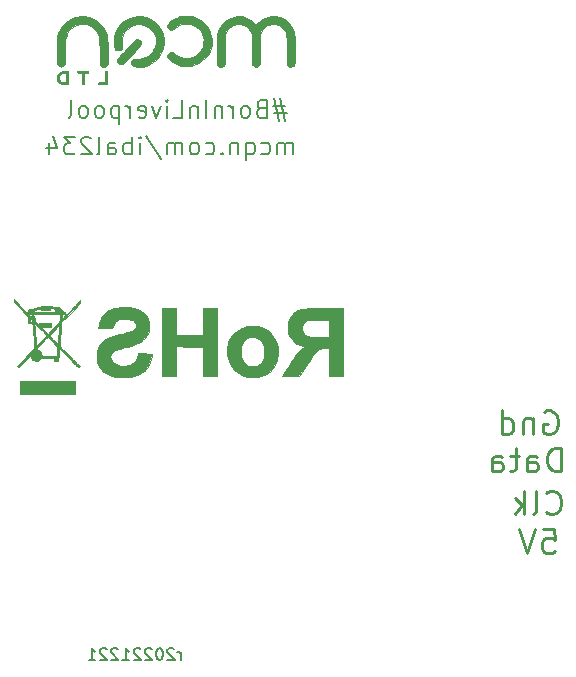
<source format=gbr>
G04 #@! TF.GenerationSoftware,KiCad,Pcbnew,6.99.0-unknown-70a038877e~161~ubuntu22.04.1*
G04 #@! TF.CreationDate,2023-01-18T13:45:27+00:00*
G04 #@! TF.ProjectId,MyBikesGotLED,4d794269-6b65-4734-976f-744c45442e6b,rev?*
G04 #@! TF.SameCoordinates,PX586a470PY296c010*
G04 #@! TF.FileFunction,Legend,Bot*
G04 #@! TF.FilePolarity,Positive*
%FSLAX46Y46*%
G04 Gerber Fmt 4.6, Leading zero omitted, Abs format (unit mm)*
G04 Created by KiCad (PCBNEW 6.99.0-unknown-70a038877e~161~ubuntu22.04.1) date 2023-01-18 13:45:27*
%MOMM*%
%LPD*%
G01*
G04 APERTURE LIST*
%ADD10C,0.250000*%
%ADD11C,0.200000*%
%ADD12C,0.150000*%
%ADD13C,0.010000*%
G04 APERTURE END LIST*
D10*
X79655714Y-62116000D02*
X79846190Y-62020761D01*
X79846190Y-62020761D02*
X80131904Y-62020761D01*
X80131904Y-62020761D02*
X80417619Y-62116000D01*
X80417619Y-62116000D02*
X80608095Y-62306476D01*
X80608095Y-62306476D02*
X80703333Y-62496952D01*
X80703333Y-62496952D02*
X80798571Y-62877904D01*
X80798571Y-62877904D02*
X80798571Y-63163619D01*
X80798571Y-63163619D02*
X80703333Y-63544571D01*
X80703333Y-63544571D02*
X80608095Y-63735047D01*
X80608095Y-63735047D02*
X80417619Y-63925523D01*
X80417619Y-63925523D02*
X80131904Y-64020761D01*
X80131904Y-64020761D02*
X79941428Y-64020761D01*
X79941428Y-64020761D02*
X79655714Y-63925523D01*
X79655714Y-63925523D02*
X79560476Y-63830285D01*
X79560476Y-63830285D02*
X79560476Y-63163619D01*
X79560476Y-63163619D02*
X79941428Y-63163619D01*
X78703333Y-62687428D02*
X78703333Y-64020761D01*
X78703333Y-62877904D02*
X78608095Y-62782666D01*
X78608095Y-62782666D02*
X78417619Y-62687428D01*
X78417619Y-62687428D02*
X78131904Y-62687428D01*
X78131904Y-62687428D02*
X77941428Y-62782666D01*
X77941428Y-62782666D02*
X77846190Y-62973142D01*
X77846190Y-62973142D02*
X77846190Y-64020761D01*
X76036666Y-64020761D02*
X76036666Y-62020761D01*
X76036666Y-63925523D02*
X76227142Y-64020761D01*
X76227142Y-64020761D02*
X76608095Y-64020761D01*
X76608095Y-64020761D02*
X76798571Y-63925523D01*
X76798571Y-63925523D02*
X76893809Y-63830285D01*
X76893809Y-63830285D02*
X76989047Y-63639809D01*
X76989047Y-63639809D02*
X76989047Y-63068380D01*
X76989047Y-63068380D02*
X76893809Y-62877904D01*
X76893809Y-62877904D02*
X76798571Y-62782666D01*
X76798571Y-62782666D02*
X76608095Y-62687428D01*
X76608095Y-62687428D02*
X76227142Y-62687428D01*
X76227142Y-62687428D02*
X76036666Y-62782666D01*
X81044761Y-67180761D02*
X81044761Y-65180761D01*
X81044761Y-65180761D02*
X80568571Y-65180761D01*
X80568571Y-65180761D02*
X80282856Y-65276000D01*
X80282856Y-65276000D02*
X80092380Y-65466476D01*
X80092380Y-65466476D02*
X79997142Y-65656952D01*
X79997142Y-65656952D02*
X79901904Y-66037904D01*
X79901904Y-66037904D02*
X79901904Y-66323619D01*
X79901904Y-66323619D02*
X79997142Y-66704571D01*
X79997142Y-66704571D02*
X80092380Y-66895047D01*
X80092380Y-66895047D02*
X80282856Y-67085523D01*
X80282856Y-67085523D02*
X80568571Y-67180761D01*
X80568571Y-67180761D02*
X81044761Y-67180761D01*
X78187618Y-67180761D02*
X78187618Y-66133142D01*
X78187618Y-66133142D02*
X78282856Y-65942666D01*
X78282856Y-65942666D02*
X78473332Y-65847428D01*
X78473332Y-65847428D02*
X78854285Y-65847428D01*
X78854285Y-65847428D02*
X79044761Y-65942666D01*
X78187618Y-67085523D02*
X78378094Y-67180761D01*
X78378094Y-67180761D02*
X78854285Y-67180761D01*
X78854285Y-67180761D02*
X79044761Y-67085523D01*
X79044761Y-67085523D02*
X79139999Y-66895047D01*
X79139999Y-66895047D02*
X79139999Y-66704571D01*
X79139999Y-66704571D02*
X79044761Y-66514095D01*
X79044761Y-66514095D02*
X78854285Y-66418857D01*
X78854285Y-66418857D02*
X78378094Y-66418857D01*
X78378094Y-66418857D02*
X78187618Y-66323619D01*
X77520951Y-65847428D02*
X76759047Y-65847428D01*
X77235237Y-65180761D02*
X77235237Y-66895047D01*
X77235237Y-66895047D02*
X77139999Y-67085523D01*
X77139999Y-67085523D02*
X76949523Y-67180761D01*
X76949523Y-67180761D02*
X76759047Y-67180761D01*
X75235237Y-67180761D02*
X75235237Y-66133142D01*
X75235237Y-66133142D02*
X75330475Y-65942666D01*
X75330475Y-65942666D02*
X75520951Y-65847428D01*
X75520951Y-65847428D02*
X75901904Y-65847428D01*
X75901904Y-65847428D02*
X76092380Y-65942666D01*
X75235237Y-67085523D02*
X75425713Y-67180761D01*
X75425713Y-67180761D02*
X75901904Y-67180761D01*
X75901904Y-67180761D02*
X76092380Y-67085523D01*
X76092380Y-67085523D02*
X76187618Y-66895047D01*
X76187618Y-66895047D02*
X76187618Y-66704571D01*
X76187618Y-66704571D02*
X76092380Y-66514095D01*
X76092380Y-66514095D02*
X75901904Y-66418857D01*
X75901904Y-66418857D02*
X75425713Y-66418857D01*
X75425713Y-66418857D02*
X75235237Y-66323619D01*
D11*
X57722856Y-36237071D02*
X56651428Y-36237071D01*
X57294285Y-35594214D02*
X57722856Y-37522785D01*
X56794285Y-36879928D02*
X57865713Y-36879928D01*
X57222856Y-37522785D02*
X56794285Y-35594214D01*
X55651428Y-36451357D02*
X55437142Y-36522785D01*
X55437142Y-36522785D02*
X55365713Y-36594214D01*
X55365713Y-36594214D02*
X55294285Y-36737071D01*
X55294285Y-36737071D02*
X55294285Y-36951357D01*
X55294285Y-36951357D02*
X55365713Y-37094214D01*
X55365713Y-37094214D02*
X55437142Y-37165642D01*
X55437142Y-37165642D02*
X55579999Y-37237071D01*
X55579999Y-37237071D02*
X56151428Y-37237071D01*
X56151428Y-37237071D02*
X56151428Y-35737071D01*
X56151428Y-35737071D02*
X55651428Y-35737071D01*
X55651428Y-35737071D02*
X55508571Y-35808500D01*
X55508571Y-35808500D02*
X55437142Y-35879928D01*
X55437142Y-35879928D02*
X55365713Y-36022785D01*
X55365713Y-36022785D02*
X55365713Y-36165642D01*
X55365713Y-36165642D02*
X55437142Y-36308500D01*
X55437142Y-36308500D02*
X55508571Y-36379928D01*
X55508571Y-36379928D02*
X55651428Y-36451357D01*
X55651428Y-36451357D02*
X56151428Y-36451357D01*
X54437142Y-37237071D02*
X54579999Y-37165642D01*
X54579999Y-37165642D02*
X54651428Y-37094214D01*
X54651428Y-37094214D02*
X54722856Y-36951357D01*
X54722856Y-36951357D02*
X54722856Y-36522785D01*
X54722856Y-36522785D02*
X54651428Y-36379928D01*
X54651428Y-36379928D02*
X54579999Y-36308500D01*
X54579999Y-36308500D02*
X54437142Y-36237071D01*
X54437142Y-36237071D02*
X54222856Y-36237071D01*
X54222856Y-36237071D02*
X54079999Y-36308500D01*
X54079999Y-36308500D02*
X54008571Y-36379928D01*
X54008571Y-36379928D02*
X53937142Y-36522785D01*
X53937142Y-36522785D02*
X53937142Y-36951357D01*
X53937142Y-36951357D02*
X54008571Y-37094214D01*
X54008571Y-37094214D02*
X54079999Y-37165642D01*
X54079999Y-37165642D02*
X54222856Y-37237071D01*
X54222856Y-37237071D02*
X54437142Y-37237071D01*
X53294285Y-37237071D02*
X53294285Y-36237071D01*
X53294285Y-36522785D02*
X53222856Y-36379928D01*
X53222856Y-36379928D02*
X53151428Y-36308500D01*
X53151428Y-36308500D02*
X53008570Y-36237071D01*
X53008570Y-36237071D02*
X52865713Y-36237071D01*
X52365714Y-36237071D02*
X52365714Y-37237071D01*
X52365714Y-36379928D02*
X52294285Y-36308500D01*
X52294285Y-36308500D02*
X52151428Y-36237071D01*
X52151428Y-36237071D02*
X51937142Y-36237071D01*
X51937142Y-36237071D02*
X51794285Y-36308500D01*
X51794285Y-36308500D02*
X51722857Y-36451357D01*
X51722857Y-36451357D02*
X51722857Y-37237071D01*
X51008571Y-37237071D02*
X51008571Y-35737071D01*
X50294285Y-36237071D02*
X50294285Y-37237071D01*
X50294285Y-36379928D02*
X50222856Y-36308500D01*
X50222856Y-36308500D02*
X50079999Y-36237071D01*
X50079999Y-36237071D02*
X49865713Y-36237071D01*
X49865713Y-36237071D02*
X49722856Y-36308500D01*
X49722856Y-36308500D02*
X49651428Y-36451357D01*
X49651428Y-36451357D02*
X49651428Y-37237071D01*
X48222856Y-37237071D02*
X48937142Y-37237071D01*
X48937142Y-37237071D02*
X48937142Y-35737071D01*
X47722856Y-37237071D02*
X47722856Y-36237071D01*
X47722856Y-35737071D02*
X47794284Y-35808500D01*
X47794284Y-35808500D02*
X47722856Y-35879928D01*
X47722856Y-35879928D02*
X47651427Y-35808500D01*
X47651427Y-35808500D02*
X47722856Y-35737071D01*
X47722856Y-35737071D02*
X47722856Y-35879928D01*
X47151427Y-36237071D02*
X46794284Y-37237071D01*
X46794284Y-37237071D02*
X46437141Y-36237071D01*
X45294284Y-37165642D02*
X45437141Y-37237071D01*
X45437141Y-37237071D02*
X45722856Y-37237071D01*
X45722856Y-37237071D02*
X45865713Y-37165642D01*
X45865713Y-37165642D02*
X45937141Y-37022785D01*
X45937141Y-37022785D02*
X45937141Y-36451357D01*
X45937141Y-36451357D02*
X45865713Y-36308500D01*
X45865713Y-36308500D02*
X45722856Y-36237071D01*
X45722856Y-36237071D02*
X45437141Y-36237071D01*
X45437141Y-36237071D02*
X45294284Y-36308500D01*
X45294284Y-36308500D02*
X45222856Y-36451357D01*
X45222856Y-36451357D02*
X45222856Y-36594214D01*
X45222856Y-36594214D02*
X45937141Y-36737071D01*
X44579999Y-37237071D02*
X44579999Y-36237071D01*
X44579999Y-36522785D02*
X44508570Y-36379928D01*
X44508570Y-36379928D02*
X44437142Y-36308500D01*
X44437142Y-36308500D02*
X44294284Y-36237071D01*
X44294284Y-36237071D02*
X44151427Y-36237071D01*
X43651428Y-36237071D02*
X43651428Y-37737071D01*
X43651428Y-36308500D02*
X43508571Y-36237071D01*
X43508571Y-36237071D02*
X43222856Y-36237071D01*
X43222856Y-36237071D02*
X43079999Y-36308500D01*
X43079999Y-36308500D02*
X43008571Y-36379928D01*
X43008571Y-36379928D02*
X42937142Y-36522785D01*
X42937142Y-36522785D02*
X42937142Y-36951357D01*
X42937142Y-36951357D02*
X43008571Y-37094214D01*
X43008571Y-37094214D02*
X43079999Y-37165642D01*
X43079999Y-37165642D02*
X43222856Y-37237071D01*
X43222856Y-37237071D02*
X43508571Y-37237071D01*
X43508571Y-37237071D02*
X43651428Y-37165642D01*
X42079999Y-37237071D02*
X42222856Y-37165642D01*
X42222856Y-37165642D02*
X42294285Y-37094214D01*
X42294285Y-37094214D02*
X42365713Y-36951357D01*
X42365713Y-36951357D02*
X42365713Y-36522785D01*
X42365713Y-36522785D02*
X42294285Y-36379928D01*
X42294285Y-36379928D02*
X42222856Y-36308500D01*
X42222856Y-36308500D02*
X42079999Y-36237071D01*
X42079999Y-36237071D02*
X41865713Y-36237071D01*
X41865713Y-36237071D02*
X41722856Y-36308500D01*
X41722856Y-36308500D02*
X41651428Y-36379928D01*
X41651428Y-36379928D02*
X41579999Y-36522785D01*
X41579999Y-36522785D02*
X41579999Y-36951357D01*
X41579999Y-36951357D02*
X41651428Y-37094214D01*
X41651428Y-37094214D02*
X41722856Y-37165642D01*
X41722856Y-37165642D02*
X41865713Y-37237071D01*
X41865713Y-37237071D02*
X42079999Y-37237071D01*
X40722856Y-37237071D02*
X40865713Y-37165642D01*
X40865713Y-37165642D02*
X40937142Y-37094214D01*
X40937142Y-37094214D02*
X41008570Y-36951357D01*
X41008570Y-36951357D02*
X41008570Y-36522785D01*
X41008570Y-36522785D02*
X40937142Y-36379928D01*
X40937142Y-36379928D02*
X40865713Y-36308500D01*
X40865713Y-36308500D02*
X40722856Y-36237071D01*
X40722856Y-36237071D02*
X40508570Y-36237071D01*
X40508570Y-36237071D02*
X40365713Y-36308500D01*
X40365713Y-36308500D02*
X40294285Y-36379928D01*
X40294285Y-36379928D02*
X40222856Y-36522785D01*
X40222856Y-36522785D02*
X40222856Y-36951357D01*
X40222856Y-36951357D02*
X40294285Y-37094214D01*
X40294285Y-37094214D02*
X40365713Y-37165642D01*
X40365713Y-37165642D02*
X40508570Y-37237071D01*
X40508570Y-37237071D02*
X40722856Y-37237071D01*
X39365713Y-37237071D02*
X39508570Y-37165642D01*
X39508570Y-37165642D02*
X39579999Y-37022785D01*
X39579999Y-37022785D02*
X39579999Y-35737071D01*
D10*
X79814285Y-70620285D02*
X79909523Y-70715523D01*
X79909523Y-70715523D02*
X80195237Y-70810761D01*
X80195237Y-70810761D02*
X80385713Y-70810761D01*
X80385713Y-70810761D02*
X80671428Y-70715523D01*
X80671428Y-70715523D02*
X80861904Y-70525047D01*
X80861904Y-70525047D02*
X80957142Y-70334571D01*
X80957142Y-70334571D02*
X81052380Y-69953619D01*
X81052380Y-69953619D02*
X81052380Y-69667904D01*
X81052380Y-69667904D02*
X80957142Y-69286952D01*
X80957142Y-69286952D02*
X80861904Y-69096476D01*
X80861904Y-69096476D02*
X80671428Y-68906000D01*
X80671428Y-68906000D02*
X80385713Y-68810761D01*
X80385713Y-68810761D02*
X80195237Y-68810761D01*
X80195237Y-68810761D02*
X79909523Y-68906000D01*
X79909523Y-68906000D02*
X79814285Y-69001238D01*
X78671428Y-70810761D02*
X78861904Y-70715523D01*
X78861904Y-70715523D02*
X78957142Y-70525047D01*
X78957142Y-70525047D02*
X78957142Y-68810761D01*
X77909523Y-70810761D02*
X77909523Y-68810761D01*
X77719047Y-70048857D02*
X77147618Y-70810761D01*
X77147618Y-69477428D02*
X77909523Y-70239333D01*
X79510952Y-72080761D02*
X80463333Y-72080761D01*
X80463333Y-72080761D02*
X80558571Y-73033142D01*
X80558571Y-73033142D02*
X80463333Y-72937904D01*
X80463333Y-72937904D02*
X80272857Y-72842666D01*
X80272857Y-72842666D02*
X79796666Y-72842666D01*
X79796666Y-72842666D02*
X79606190Y-72937904D01*
X79606190Y-72937904D02*
X79510952Y-73033142D01*
X79510952Y-73033142D02*
X79415714Y-73223619D01*
X79415714Y-73223619D02*
X79415714Y-73699809D01*
X79415714Y-73699809D02*
X79510952Y-73890285D01*
X79510952Y-73890285D02*
X79606190Y-73985523D01*
X79606190Y-73985523D02*
X79796666Y-74080761D01*
X79796666Y-74080761D02*
X80272857Y-74080761D01*
X80272857Y-74080761D02*
X80463333Y-73985523D01*
X80463333Y-73985523D02*
X80558571Y-73890285D01*
X78844285Y-72080761D02*
X78177619Y-74080761D01*
X78177619Y-74080761D02*
X77510952Y-72080761D01*
D12*
X48870952Y-83153380D02*
X48870952Y-82486714D01*
X48870952Y-82677190D02*
X48823333Y-82581952D01*
X48823333Y-82581952D02*
X48775714Y-82534333D01*
X48775714Y-82534333D02*
X48680476Y-82486714D01*
X48680476Y-82486714D02*
X48585238Y-82486714D01*
X48299523Y-82248619D02*
X48251904Y-82201000D01*
X48251904Y-82201000D02*
X48156666Y-82153380D01*
X48156666Y-82153380D02*
X47918571Y-82153380D01*
X47918571Y-82153380D02*
X47823333Y-82201000D01*
X47823333Y-82201000D02*
X47775714Y-82248619D01*
X47775714Y-82248619D02*
X47728095Y-82343857D01*
X47728095Y-82343857D02*
X47728095Y-82439095D01*
X47728095Y-82439095D02*
X47775714Y-82581952D01*
X47775714Y-82581952D02*
X48347142Y-83153380D01*
X48347142Y-83153380D02*
X47728095Y-83153380D01*
X47109047Y-82153380D02*
X47013809Y-82153380D01*
X47013809Y-82153380D02*
X46918571Y-82201000D01*
X46918571Y-82201000D02*
X46870952Y-82248619D01*
X46870952Y-82248619D02*
X46823333Y-82343857D01*
X46823333Y-82343857D02*
X46775714Y-82534333D01*
X46775714Y-82534333D02*
X46775714Y-82772428D01*
X46775714Y-82772428D02*
X46823333Y-82962904D01*
X46823333Y-82962904D02*
X46870952Y-83058142D01*
X46870952Y-83058142D02*
X46918571Y-83105761D01*
X46918571Y-83105761D02*
X47013809Y-83153380D01*
X47013809Y-83153380D02*
X47109047Y-83153380D01*
X47109047Y-83153380D02*
X47204285Y-83105761D01*
X47204285Y-83105761D02*
X47251904Y-83058142D01*
X47251904Y-83058142D02*
X47299523Y-82962904D01*
X47299523Y-82962904D02*
X47347142Y-82772428D01*
X47347142Y-82772428D02*
X47347142Y-82534333D01*
X47347142Y-82534333D02*
X47299523Y-82343857D01*
X47299523Y-82343857D02*
X47251904Y-82248619D01*
X47251904Y-82248619D02*
X47204285Y-82201000D01*
X47204285Y-82201000D02*
X47109047Y-82153380D01*
X46394761Y-82248619D02*
X46347142Y-82201000D01*
X46347142Y-82201000D02*
X46251904Y-82153380D01*
X46251904Y-82153380D02*
X46013809Y-82153380D01*
X46013809Y-82153380D02*
X45918571Y-82201000D01*
X45918571Y-82201000D02*
X45870952Y-82248619D01*
X45870952Y-82248619D02*
X45823333Y-82343857D01*
X45823333Y-82343857D02*
X45823333Y-82439095D01*
X45823333Y-82439095D02*
X45870952Y-82581952D01*
X45870952Y-82581952D02*
X46442380Y-83153380D01*
X46442380Y-83153380D02*
X45823333Y-83153380D01*
X45442380Y-82248619D02*
X45394761Y-82201000D01*
X45394761Y-82201000D02*
X45299523Y-82153380D01*
X45299523Y-82153380D02*
X45061428Y-82153380D01*
X45061428Y-82153380D02*
X44966190Y-82201000D01*
X44966190Y-82201000D02*
X44918571Y-82248619D01*
X44918571Y-82248619D02*
X44870952Y-82343857D01*
X44870952Y-82343857D02*
X44870952Y-82439095D01*
X44870952Y-82439095D02*
X44918571Y-82581952D01*
X44918571Y-82581952D02*
X45489999Y-83153380D01*
X45489999Y-83153380D02*
X44870952Y-83153380D01*
X43918571Y-83153380D02*
X44489999Y-83153380D01*
X44204285Y-83153380D02*
X44204285Y-82153380D01*
X44204285Y-82153380D02*
X44299523Y-82296238D01*
X44299523Y-82296238D02*
X44394761Y-82391476D01*
X44394761Y-82391476D02*
X44489999Y-82439095D01*
X43537618Y-82248619D02*
X43489999Y-82201000D01*
X43489999Y-82201000D02*
X43394761Y-82153380D01*
X43394761Y-82153380D02*
X43156666Y-82153380D01*
X43156666Y-82153380D02*
X43061428Y-82201000D01*
X43061428Y-82201000D02*
X43013809Y-82248619D01*
X43013809Y-82248619D02*
X42966190Y-82343857D01*
X42966190Y-82343857D02*
X42966190Y-82439095D01*
X42966190Y-82439095D02*
X43013809Y-82581952D01*
X43013809Y-82581952D02*
X43585237Y-83153380D01*
X43585237Y-83153380D02*
X42966190Y-83153380D01*
X42585237Y-82248619D02*
X42537618Y-82201000D01*
X42537618Y-82201000D02*
X42442380Y-82153380D01*
X42442380Y-82153380D02*
X42204285Y-82153380D01*
X42204285Y-82153380D02*
X42109047Y-82201000D01*
X42109047Y-82201000D02*
X42061428Y-82248619D01*
X42061428Y-82248619D02*
X42013809Y-82343857D01*
X42013809Y-82343857D02*
X42013809Y-82439095D01*
X42013809Y-82439095D02*
X42061428Y-82581952D01*
X42061428Y-82581952D02*
X42632856Y-83153380D01*
X42632856Y-83153380D02*
X42013809Y-83153380D01*
X41061428Y-83153380D02*
X41632856Y-83153380D01*
X41347142Y-83153380D02*
X41347142Y-82153380D01*
X41347142Y-82153380D02*
X41442380Y-82296238D01*
X41442380Y-82296238D02*
X41537618Y-82391476D01*
X41537618Y-82391476D02*
X41632856Y-82439095D01*
D11*
X58337142Y-40347071D02*
X58337142Y-39347071D01*
X58337142Y-39489928D02*
X58265713Y-39418500D01*
X58265713Y-39418500D02*
X58122856Y-39347071D01*
X58122856Y-39347071D02*
X57908570Y-39347071D01*
X57908570Y-39347071D02*
X57765713Y-39418500D01*
X57765713Y-39418500D02*
X57694285Y-39561357D01*
X57694285Y-39561357D02*
X57694285Y-40347071D01*
X57694285Y-39561357D02*
X57622856Y-39418500D01*
X57622856Y-39418500D02*
X57479999Y-39347071D01*
X57479999Y-39347071D02*
X57265713Y-39347071D01*
X57265713Y-39347071D02*
X57122856Y-39418500D01*
X57122856Y-39418500D02*
X57051427Y-39561357D01*
X57051427Y-39561357D02*
X57051427Y-40347071D01*
X55694285Y-40275642D02*
X55837142Y-40347071D01*
X55837142Y-40347071D02*
X56122856Y-40347071D01*
X56122856Y-40347071D02*
X56265713Y-40275642D01*
X56265713Y-40275642D02*
X56337142Y-40204214D01*
X56337142Y-40204214D02*
X56408570Y-40061357D01*
X56408570Y-40061357D02*
X56408570Y-39632785D01*
X56408570Y-39632785D02*
X56337142Y-39489928D01*
X56337142Y-39489928D02*
X56265713Y-39418500D01*
X56265713Y-39418500D02*
X56122856Y-39347071D01*
X56122856Y-39347071D02*
X55837142Y-39347071D01*
X55837142Y-39347071D02*
X55694285Y-39418500D01*
X54408571Y-39347071D02*
X54408571Y-40847071D01*
X54408571Y-40275642D02*
X54551428Y-40347071D01*
X54551428Y-40347071D02*
X54837142Y-40347071D01*
X54837142Y-40347071D02*
X54979999Y-40275642D01*
X54979999Y-40275642D02*
X55051428Y-40204214D01*
X55051428Y-40204214D02*
X55122856Y-40061357D01*
X55122856Y-40061357D02*
X55122856Y-39632785D01*
X55122856Y-39632785D02*
X55051428Y-39489928D01*
X55051428Y-39489928D02*
X54979999Y-39418500D01*
X54979999Y-39418500D02*
X54837142Y-39347071D01*
X54837142Y-39347071D02*
X54551428Y-39347071D01*
X54551428Y-39347071D02*
X54408571Y-39418500D01*
X53694285Y-39347071D02*
X53694285Y-40347071D01*
X53694285Y-39489928D02*
X53622856Y-39418500D01*
X53622856Y-39418500D02*
X53479999Y-39347071D01*
X53479999Y-39347071D02*
X53265713Y-39347071D01*
X53265713Y-39347071D02*
X53122856Y-39418500D01*
X53122856Y-39418500D02*
X53051428Y-39561357D01*
X53051428Y-39561357D02*
X53051428Y-40347071D01*
X52337142Y-40204214D02*
X52265713Y-40275642D01*
X52265713Y-40275642D02*
X52337142Y-40347071D01*
X52337142Y-40347071D02*
X52408570Y-40275642D01*
X52408570Y-40275642D02*
X52337142Y-40204214D01*
X52337142Y-40204214D02*
X52337142Y-40347071D01*
X50979999Y-40275642D02*
X51122856Y-40347071D01*
X51122856Y-40347071D02*
X51408570Y-40347071D01*
X51408570Y-40347071D02*
X51551427Y-40275642D01*
X51551427Y-40275642D02*
X51622856Y-40204214D01*
X51622856Y-40204214D02*
X51694284Y-40061357D01*
X51694284Y-40061357D02*
X51694284Y-39632785D01*
X51694284Y-39632785D02*
X51622856Y-39489928D01*
X51622856Y-39489928D02*
X51551427Y-39418500D01*
X51551427Y-39418500D02*
X51408570Y-39347071D01*
X51408570Y-39347071D02*
X51122856Y-39347071D01*
X51122856Y-39347071D02*
X50979999Y-39418500D01*
X50122856Y-40347071D02*
X50265713Y-40275642D01*
X50265713Y-40275642D02*
X50337142Y-40204214D01*
X50337142Y-40204214D02*
X50408570Y-40061357D01*
X50408570Y-40061357D02*
X50408570Y-39632785D01*
X50408570Y-39632785D02*
X50337142Y-39489928D01*
X50337142Y-39489928D02*
X50265713Y-39418500D01*
X50265713Y-39418500D02*
X50122856Y-39347071D01*
X50122856Y-39347071D02*
X49908570Y-39347071D01*
X49908570Y-39347071D02*
X49765713Y-39418500D01*
X49765713Y-39418500D02*
X49694285Y-39489928D01*
X49694285Y-39489928D02*
X49622856Y-39632785D01*
X49622856Y-39632785D02*
X49622856Y-40061357D01*
X49622856Y-40061357D02*
X49694285Y-40204214D01*
X49694285Y-40204214D02*
X49765713Y-40275642D01*
X49765713Y-40275642D02*
X49908570Y-40347071D01*
X49908570Y-40347071D02*
X50122856Y-40347071D01*
X48979999Y-40347071D02*
X48979999Y-39347071D01*
X48979999Y-39489928D02*
X48908570Y-39418500D01*
X48908570Y-39418500D02*
X48765713Y-39347071D01*
X48765713Y-39347071D02*
X48551427Y-39347071D01*
X48551427Y-39347071D02*
X48408570Y-39418500D01*
X48408570Y-39418500D02*
X48337142Y-39561357D01*
X48337142Y-39561357D02*
X48337142Y-40347071D01*
X48337142Y-39561357D02*
X48265713Y-39418500D01*
X48265713Y-39418500D02*
X48122856Y-39347071D01*
X48122856Y-39347071D02*
X47908570Y-39347071D01*
X47908570Y-39347071D02*
X47765713Y-39418500D01*
X47765713Y-39418500D02*
X47694284Y-39561357D01*
X47694284Y-39561357D02*
X47694284Y-40347071D01*
X45908570Y-38775642D02*
X47194284Y-40704214D01*
X45408570Y-40347071D02*
X45408570Y-39347071D01*
X45408570Y-38847071D02*
X45479998Y-38918500D01*
X45479998Y-38918500D02*
X45408570Y-38989928D01*
X45408570Y-38989928D02*
X45337141Y-38918500D01*
X45337141Y-38918500D02*
X45408570Y-38847071D01*
X45408570Y-38847071D02*
X45408570Y-38989928D01*
X44694284Y-40347071D02*
X44694284Y-38847071D01*
X44694284Y-39418500D02*
X44551427Y-39347071D01*
X44551427Y-39347071D02*
X44265712Y-39347071D01*
X44265712Y-39347071D02*
X44122855Y-39418500D01*
X44122855Y-39418500D02*
X44051427Y-39489928D01*
X44051427Y-39489928D02*
X43979998Y-39632785D01*
X43979998Y-39632785D02*
X43979998Y-40061357D01*
X43979998Y-40061357D02*
X44051427Y-40204214D01*
X44051427Y-40204214D02*
X44122855Y-40275642D01*
X44122855Y-40275642D02*
X44265712Y-40347071D01*
X44265712Y-40347071D02*
X44551427Y-40347071D01*
X44551427Y-40347071D02*
X44694284Y-40275642D01*
X42694284Y-40347071D02*
X42694284Y-39561357D01*
X42694284Y-39561357D02*
X42765712Y-39418500D01*
X42765712Y-39418500D02*
X42908569Y-39347071D01*
X42908569Y-39347071D02*
X43194284Y-39347071D01*
X43194284Y-39347071D02*
X43337141Y-39418500D01*
X42694284Y-40275642D02*
X42837141Y-40347071D01*
X42837141Y-40347071D02*
X43194284Y-40347071D01*
X43194284Y-40347071D02*
X43337141Y-40275642D01*
X43337141Y-40275642D02*
X43408569Y-40132785D01*
X43408569Y-40132785D02*
X43408569Y-39989928D01*
X43408569Y-39989928D02*
X43337141Y-39847071D01*
X43337141Y-39847071D02*
X43194284Y-39775642D01*
X43194284Y-39775642D02*
X42837141Y-39775642D01*
X42837141Y-39775642D02*
X42694284Y-39704214D01*
X41765712Y-40347071D02*
X41908569Y-40275642D01*
X41908569Y-40275642D02*
X41979998Y-40132785D01*
X41979998Y-40132785D02*
X41979998Y-38847071D01*
X41265712Y-38989928D02*
X41194284Y-38918500D01*
X41194284Y-38918500D02*
X41051427Y-38847071D01*
X41051427Y-38847071D02*
X40694284Y-38847071D01*
X40694284Y-38847071D02*
X40551427Y-38918500D01*
X40551427Y-38918500D02*
X40479998Y-38989928D01*
X40479998Y-38989928D02*
X40408569Y-39132785D01*
X40408569Y-39132785D02*
X40408569Y-39275642D01*
X40408569Y-39275642D02*
X40479998Y-39489928D01*
X40479998Y-39489928D02*
X41337141Y-40347071D01*
X41337141Y-40347071D02*
X40408569Y-40347071D01*
X39908570Y-38847071D02*
X38979998Y-38847071D01*
X38979998Y-38847071D02*
X39479998Y-39418500D01*
X39479998Y-39418500D02*
X39265713Y-39418500D01*
X39265713Y-39418500D02*
X39122856Y-39489928D01*
X39122856Y-39489928D02*
X39051427Y-39561357D01*
X39051427Y-39561357D02*
X38979998Y-39704214D01*
X38979998Y-39704214D02*
X38979998Y-40061357D01*
X38979998Y-40061357D02*
X39051427Y-40204214D01*
X39051427Y-40204214D02*
X39122856Y-40275642D01*
X39122856Y-40275642D02*
X39265713Y-40347071D01*
X39265713Y-40347071D02*
X39694284Y-40347071D01*
X39694284Y-40347071D02*
X39837141Y-40275642D01*
X39837141Y-40275642D02*
X39908570Y-40204214D01*
X37694285Y-39347071D02*
X37694285Y-40347071D01*
X38051427Y-38775642D02*
X38408570Y-39847071D01*
X38408570Y-39847071D02*
X37479999Y-39847071D01*
G36*
X39906184Y-60656526D02*
G01*
X35227237Y-60656526D01*
X35227237Y-59503500D01*
X39906184Y-59503500D01*
X39906184Y-60656526D01*
G37*
D13*
X39906184Y-60656526D02*
X35227237Y-60656526D01*
X35227237Y-59503500D01*
X39906184Y-59503500D01*
X39906184Y-60656526D01*
G36*
X38894445Y-53670083D02*
G01*
X38947141Y-53671526D01*
X39037237Y-53671526D01*
X39037237Y-53821921D01*
X38825228Y-53821921D01*
X38805433Y-54058183D01*
X38802775Y-54090483D01*
X38796583Y-54171340D01*
X38792208Y-54237135D01*
X38790030Y-54281791D01*
X38790426Y-54299233D01*
X38796185Y-54294219D01*
X38822462Y-54268083D01*
X38867888Y-54221758D01*
X38930166Y-54157647D01*
X39006997Y-54078150D01*
X39096080Y-53985669D01*
X39195119Y-53882606D01*
X39301814Y-53771362D01*
X39413865Y-53654338D01*
X39528975Y-53533936D01*
X39644844Y-53412558D01*
X39759174Y-53292604D01*
X39869666Y-53176476D01*
X39974021Y-53066575D01*
X40069940Y-52965304D01*
X40155124Y-52875063D01*
X40227275Y-52798253D01*
X40356194Y-52660539D01*
X40356781Y-52777852D01*
X40357368Y-52895164D01*
X39559286Y-53734485D01*
X38761204Y-54573807D01*
X38745250Y-54765106D01*
X38681419Y-55530528D01*
X38670138Y-55666287D01*
X38656140Y-55836154D01*
X38643220Y-55994505D01*
X38631627Y-56138228D01*
X38621607Y-56264210D01*
X38613407Y-56369338D01*
X38607274Y-56450501D01*
X38603456Y-56504586D01*
X38602199Y-56528480D01*
X38605517Y-56539429D01*
X38620429Y-56563071D01*
X38648709Y-56598703D01*
X38662358Y-56614277D01*
X38691864Y-56647948D01*
X38751399Y-56712428D01*
X38828820Y-56793768D01*
X38925632Y-56893591D01*
X39043342Y-57013520D01*
X39183454Y-57155179D01*
X39275628Y-57248136D01*
X39404119Y-57377795D01*
X39532159Y-57507079D01*
X39655900Y-57632097D01*
X39771492Y-57748959D01*
X39875085Y-57853774D01*
X39962831Y-57942652D01*
X40030881Y-58011702D01*
X40297617Y-58282757D01*
X40249169Y-58333326D01*
X40237743Y-58344719D01*
X40204035Y-58372697D01*
X40180910Y-58383895D01*
X40162805Y-58374335D01*
X40129145Y-58345649D01*
X40088792Y-58304520D01*
X40064230Y-58278542D01*
X40018423Y-58231104D01*
X39953683Y-58164566D01*
X39872295Y-58081263D01*
X39776545Y-57983528D01*
X39668721Y-57873695D01*
X39551108Y-57754096D01*
X39425992Y-57627066D01*
X39295659Y-57494938D01*
X38574831Y-56764732D01*
X38545469Y-57144017D01*
X38539068Y-57224972D01*
X38529721Y-57333793D01*
X38521290Y-57416217D01*
X38513151Y-57476575D01*
X38504679Y-57519200D01*
X38495250Y-57548424D01*
X38484237Y-57568580D01*
X38468825Y-57596750D01*
X38456143Y-57648539D01*
X38452368Y-57723152D01*
X38452368Y-57832447D01*
X38151579Y-57832447D01*
X38151579Y-57598500D01*
X37027832Y-57598500D01*
X36962875Y-57672295D01*
X36945110Y-57691511D01*
X36848831Y-57768712D01*
X36740049Y-57816239D01*
X36622262Y-57832447D01*
X36518327Y-57823854D01*
X36400770Y-57787628D01*
X36300134Y-57722882D01*
X36280520Y-57704378D01*
X36231503Y-57644475D01*
X36188497Y-57574693D01*
X36157658Y-57505909D01*
X36145141Y-57449002D01*
X36144899Y-57440741D01*
X36143099Y-57410471D01*
X36138392Y-57389563D01*
X36128544Y-57379669D01*
X36111323Y-57382444D01*
X36084494Y-57399540D01*
X36045824Y-57432610D01*
X35993080Y-57483307D01*
X35924028Y-57553285D01*
X35836434Y-57644197D01*
X35728065Y-57757695D01*
X35670342Y-57818280D01*
X35573855Y-57919718D01*
X35482568Y-58015889D01*
X35400059Y-58103013D01*
X35329906Y-58177311D01*
X35275685Y-58235003D01*
X35240974Y-58272310D01*
X35146092Y-58375539D01*
X35087449Y-58317052D01*
X35028805Y-58258566D01*
X35754179Y-57498237D01*
X35799916Y-57450263D01*
X35962633Y-57278940D01*
X36102313Y-57130738D01*
X36219373Y-57005198D01*
X36314233Y-56901861D01*
X36381309Y-56826967D01*
X36655947Y-56826967D01*
X36658106Y-56844589D01*
X36658483Y-56846430D01*
X36676480Y-56888171D01*
X36712428Y-56907620D01*
X36823237Y-56949083D01*
X36921963Y-57018156D01*
X36999611Y-57109524D01*
X37052828Y-57219195D01*
X37078258Y-57343173D01*
X37086681Y-57448105D01*
X38348482Y-57448105D01*
X38357280Y-57410506D01*
X38358836Y-57401279D01*
X38363672Y-57360018D01*
X38370271Y-57293304D01*
X38378142Y-57206453D01*
X38386797Y-57104777D01*
X38395743Y-56993592D01*
X38425409Y-56614277D01*
X38025532Y-56208198D01*
X37952187Y-56133961D01*
X37862447Y-56043837D01*
X37781940Y-55963775D01*
X37713488Y-55896542D01*
X37659917Y-55844910D01*
X37624052Y-55811646D01*
X37608715Y-55799521D01*
X37598431Y-55805314D01*
X37567801Y-55831675D01*
X37521705Y-55875709D01*
X37464265Y-55933444D01*
X37399605Y-56000911D01*
X37382738Y-56018804D01*
X37307107Y-56098839D01*
X37216984Y-56193977D01*
X37119155Y-56297067D01*
X37020405Y-56400956D01*
X36927520Y-56498493D01*
X36921940Y-56504346D01*
X36835584Y-56595214D01*
X36769690Y-56665577D01*
X36721651Y-56718783D01*
X36688863Y-56758177D01*
X36668720Y-56787108D01*
X36658616Y-56808922D01*
X36655947Y-56826967D01*
X36381309Y-56826967D01*
X36387311Y-56820266D01*
X36439026Y-56759955D01*
X36469796Y-56720466D01*
X36480040Y-56701342D01*
X36480041Y-56701229D01*
X36478636Y-56677394D01*
X36474531Y-56623967D01*
X36468048Y-56544584D01*
X36459508Y-56442880D01*
X36449233Y-56322493D01*
X36437544Y-56187057D01*
X36424763Y-56040211D01*
X36411212Y-55885590D01*
X36397212Y-55726830D01*
X36383085Y-55567568D01*
X36369153Y-55411441D01*
X36355736Y-55262083D01*
X36343157Y-55123133D01*
X36331738Y-54998226D01*
X36321799Y-54890998D01*
X36313662Y-54805087D01*
X36307650Y-54744127D01*
X36304083Y-54711756D01*
X36296891Y-54657538D01*
X36468573Y-54657538D01*
X36470772Y-54698630D01*
X36475611Y-54767735D01*
X36482848Y-54861870D01*
X36492241Y-54978053D01*
X36503547Y-55113299D01*
X36516523Y-55264627D01*
X36530929Y-55429054D01*
X36546521Y-55603597D01*
X36558710Y-55738206D01*
X36573976Y-55905145D01*
X36588269Y-56059618D01*
X36601305Y-56198649D01*
X36612800Y-56319264D01*
X36622470Y-56418489D01*
X36630030Y-56493348D01*
X36635197Y-56540867D01*
X36637686Y-56558072D01*
X36645236Y-56552742D01*
X36672922Y-56526578D01*
X36717909Y-56481637D01*
X36777100Y-56421191D01*
X36847399Y-56348509D01*
X36925708Y-56266864D01*
X37008930Y-56179526D01*
X37093969Y-56089767D01*
X37177727Y-56000858D01*
X37257107Y-55916070D01*
X37329013Y-55838673D01*
X37390347Y-55771941D01*
X37438013Y-55719142D01*
X37468913Y-55683550D01*
X37477941Y-55671186D01*
X37719574Y-55671186D01*
X38085971Y-56037299D01*
X38175569Y-56126679D01*
X38260013Y-56210320D01*
X38325427Y-56274027D01*
X38374208Y-56319868D01*
X38408753Y-56349909D01*
X38431459Y-56366218D01*
X38444722Y-56370862D01*
X38450940Y-56365908D01*
X38452509Y-56353423D01*
X38453515Y-56333363D01*
X38457140Y-56281712D01*
X38463130Y-56203320D01*
X38471198Y-56101759D01*
X38481055Y-55980602D01*
X38492413Y-55843421D01*
X38504984Y-55693787D01*
X38518480Y-55535271D01*
X38530395Y-55395563D01*
X38542811Y-55248414D01*
X38553943Y-55114805D01*
X38563526Y-54998028D01*
X38571290Y-54901378D01*
X38576969Y-54828145D01*
X38580297Y-54781624D01*
X38581004Y-54765106D01*
X38580444Y-54765416D01*
X38564663Y-54780623D01*
X38529606Y-54816303D01*
X38478363Y-54869220D01*
X38414019Y-54936139D01*
X38339664Y-55013823D01*
X38258385Y-55099036D01*
X38173270Y-55188541D01*
X38087406Y-55279102D01*
X38003881Y-55367483D01*
X37925784Y-55450448D01*
X37856202Y-55524760D01*
X37722141Y-55668434D01*
X37719574Y-55671186D01*
X37477941Y-55671186D01*
X37479951Y-55668434D01*
X37469131Y-55653785D01*
X37437674Y-55618722D01*
X37388503Y-55566265D01*
X37324544Y-55499372D01*
X37248723Y-55420999D01*
X37163967Y-55334103D01*
X37073202Y-55241641D01*
X36979356Y-55146569D01*
X36885354Y-55051845D01*
X36794124Y-54960424D01*
X36708591Y-54875265D01*
X36631683Y-54799323D01*
X36566326Y-54735556D01*
X36515446Y-54686920D01*
X36481970Y-54656372D01*
X36468824Y-54646868D01*
X36468573Y-54657538D01*
X36296891Y-54657538D01*
X36294663Y-54640737D01*
X35929079Y-54640737D01*
X35928870Y-54507052D01*
X36062763Y-54507052D01*
X36171382Y-54507052D01*
X36181045Y-54507044D01*
X36235604Y-54505880D01*
X36265276Y-54500902D01*
X36277571Y-54489477D01*
X36280000Y-54468971D01*
X36269301Y-54438829D01*
X36232654Y-54388687D01*
X36171382Y-54323237D01*
X36062763Y-54215584D01*
X36062763Y-54507052D01*
X35928870Y-54507052D01*
X35928641Y-54360835D01*
X35928204Y-54080934D01*
X35327885Y-53471000D01*
X34727567Y-52861066D01*
X34726744Y-52745337D01*
X34725921Y-52629610D01*
X35445969Y-53359449D01*
X35515564Y-53429944D01*
X35659975Y-53575828D01*
X35783442Y-53699875D01*
X35887560Y-53803611D01*
X35973925Y-53888562D01*
X36044132Y-53956256D01*
X36099776Y-54008219D01*
X36142452Y-54045977D01*
X36173756Y-54071057D01*
X36195282Y-54084986D01*
X36208625Y-54089289D01*
X36231125Y-54087986D01*
X36243756Y-54078468D01*
X36245934Y-54052427D01*
X36240697Y-54001559D01*
X36237086Y-53969533D01*
X36232061Y-53916002D01*
X36230037Y-53880408D01*
X36229045Y-53868138D01*
X36219386Y-53854996D01*
X36192703Y-53850641D01*
X36140902Y-53852542D01*
X36127676Y-53853287D01*
X36074733Y-53852447D01*
X36037073Y-53840813D01*
X36010529Y-53821921D01*
X36386974Y-53821921D01*
X36392504Y-53884585D01*
X36395058Y-53913017D01*
X36403018Y-53990642D01*
X36410861Y-54041769D01*
X36420031Y-54071711D01*
X36431973Y-54085780D01*
X36448129Y-54089289D01*
X36462656Y-54091679D01*
X36472289Y-54103098D01*
X36477672Y-54129645D01*
X36480015Y-54177414D01*
X36480526Y-54252502D01*
X36480526Y-54415715D01*
X36533948Y-54468971D01*
X36664342Y-54598960D01*
X36848158Y-54782206D01*
X36848158Y-54640737D01*
X37850790Y-54640737D01*
X37850790Y-54958237D01*
X37028827Y-54958237D01*
X37307589Y-55246493D01*
X37360984Y-55301548D01*
X37434817Y-55377120D01*
X37498929Y-55442082D01*
X37549961Y-55493060D01*
X37584557Y-55526681D01*
X37599357Y-55539574D01*
X37604983Y-55536018D01*
X37631363Y-55512118D01*
X37676849Y-55467862D01*
X37739012Y-55405708D01*
X37815422Y-55328115D01*
X37903649Y-55237540D01*
X38001262Y-55136441D01*
X38105833Y-55027275D01*
X38210940Y-54916964D01*
X38313974Y-54808246D01*
X38397530Y-54719136D01*
X38463654Y-54647271D01*
X38514387Y-54590289D01*
X38551775Y-54545828D01*
X38577860Y-54511525D01*
X38594687Y-54485017D01*
X38604298Y-54463942D01*
X38608739Y-54445939D01*
X38609916Y-54437169D01*
X38615136Y-54388847D01*
X38621742Y-54317707D01*
X38629008Y-54231861D01*
X38636207Y-54139421D01*
X38638648Y-54107225D01*
X38645701Y-54020236D01*
X38652425Y-53945203D01*
X38658160Y-53889255D01*
X38662240Y-53859520D01*
X38670242Y-53821921D01*
X36386974Y-53821921D01*
X36010529Y-53821921D01*
X35999956Y-53814396D01*
X35993563Y-53808835D01*
X35941285Y-53741487D01*
X35920581Y-53671526D01*
X36373481Y-53671526D01*
X38253306Y-53671526D01*
X38535921Y-53671526D01*
X38611706Y-53671526D01*
X38634412Y-53671366D01*
X38668054Y-53668442D01*
X38677766Y-53658970D01*
X38670227Y-53639267D01*
X38667999Y-53635511D01*
X38642990Y-53606623D01*
X38606757Y-53574563D01*
X38570613Y-53548560D01*
X38545874Y-53537842D01*
X38543650Y-53539536D01*
X38538131Y-53562810D01*
X38535921Y-53604684D01*
X38535921Y-53671526D01*
X38253306Y-53671526D01*
X38248397Y-53551007D01*
X38243487Y-53430488D01*
X38143224Y-53410348D01*
X38092943Y-53401214D01*
X38008975Y-53388425D01*
X37930165Y-53378776D01*
X37817368Y-53367345D01*
X37817368Y-53504421D01*
X37048684Y-53504421D01*
X37048684Y-53383596D01*
X36952599Y-53395065D01*
X36805787Y-53419646D01*
X36658032Y-53464089D01*
X36535814Y-53526062D01*
X36437062Y-53606413D01*
X36373481Y-53671526D01*
X35920581Y-53671526D01*
X35918281Y-53663754D01*
X35925328Y-53582211D01*
X35963203Y-53503434D01*
X35966868Y-53498529D01*
X36017486Y-53456327D01*
X36083474Y-53431365D01*
X36154607Y-53424725D01*
X36220664Y-53437492D01*
X36271419Y-53470750D01*
X36288604Y-53487729D01*
X36305345Y-53491844D01*
X36329318Y-53479115D01*
X36369799Y-53447332D01*
X36382219Y-53437564D01*
X36478111Y-53375911D01*
X36591715Y-53321084D01*
X36684630Y-53287184D01*
X37182368Y-53287184D01*
X37182368Y-53370737D01*
X37683684Y-53370737D01*
X37683684Y-53287184D01*
X37182368Y-53287184D01*
X36684630Y-53287184D01*
X36712453Y-53277033D01*
X36829746Y-53247706D01*
X36933017Y-53237052D01*
X36943988Y-53236968D01*
X37004970Y-53231031D01*
X37038460Y-53214385D01*
X37048684Y-53185133D01*
X37049885Y-53175917D01*
X37056449Y-53167991D01*
X37072391Y-53162189D01*
X37101719Y-53158181D01*
X37148440Y-53155639D01*
X37216559Y-53154230D01*
X37310086Y-53153628D01*
X37433026Y-53153500D01*
X37548219Y-53153725D01*
X37646126Y-53154635D01*
X37717800Y-53156469D01*
X37767001Y-53159466D01*
X37797490Y-53163863D01*
X37813025Y-53169898D01*
X37817368Y-53177808D01*
X37831653Y-53197232D01*
X37871678Y-53209627D01*
X37886997Y-53211796D01*
X37939230Y-53219430D01*
X38008737Y-53229778D01*
X38084737Y-53241240D01*
X38126651Y-53247075D01*
X38187992Y-53253394D01*
X38231273Y-53254918D01*
X38249057Y-53251197D01*
X38252094Y-53248773D01*
X38280130Y-53242785D01*
X38330564Y-53238617D01*
X38395274Y-53237052D01*
X38535921Y-53237052D01*
X38535937Y-53287184D01*
X38535938Y-53291362D01*
X38536595Y-53308572D01*
X38545141Y-53337467D01*
X38569466Y-53361972D01*
X38616918Y-53391143D01*
X38658573Y-53417793D01*
X38721989Y-53468960D01*
X38779460Y-53526400D01*
X38823422Y-53582279D01*
X38846311Y-53628762D01*
X38851919Y-53646674D01*
X38862309Y-53658970D01*
X38865812Y-53663116D01*
X38894445Y-53670083D01*
G37*
X38894445Y-53670083D02*
X38947141Y-53671526D01*
X39037237Y-53671526D01*
X39037237Y-53821921D01*
X38825228Y-53821921D01*
X38805433Y-54058183D01*
X38802775Y-54090483D01*
X38796583Y-54171340D01*
X38792208Y-54237135D01*
X38790030Y-54281791D01*
X38790426Y-54299233D01*
X38796185Y-54294219D01*
X38822462Y-54268083D01*
X38867888Y-54221758D01*
X38930166Y-54157647D01*
X39006997Y-54078150D01*
X39096080Y-53985669D01*
X39195119Y-53882606D01*
X39301814Y-53771362D01*
X39413865Y-53654338D01*
X39528975Y-53533936D01*
X39644844Y-53412558D01*
X39759174Y-53292604D01*
X39869666Y-53176476D01*
X39974021Y-53066575D01*
X40069940Y-52965304D01*
X40155124Y-52875063D01*
X40227275Y-52798253D01*
X40356194Y-52660539D01*
X40356781Y-52777852D01*
X40357368Y-52895164D01*
X39559286Y-53734485D01*
X38761204Y-54573807D01*
X38745250Y-54765106D01*
X38681419Y-55530528D01*
X38670138Y-55666287D01*
X38656140Y-55836154D01*
X38643220Y-55994505D01*
X38631627Y-56138228D01*
X38621607Y-56264210D01*
X38613407Y-56369338D01*
X38607274Y-56450501D01*
X38603456Y-56504586D01*
X38602199Y-56528480D01*
X38605517Y-56539429D01*
X38620429Y-56563071D01*
X38648709Y-56598703D01*
X38662358Y-56614277D01*
X38691864Y-56647948D01*
X38751399Y-56712428D01*
X38828820Y-56793768D01*
X38925632Y-56893591D01*
X39043342Y-57013520D01*
X39183454Y-57155179D01*
X39275628Y-57248136D01*
X39404119Y-57377795D01*
X39532159Y-57507079D01*
X39655900Y-57632097D01*
X39771492Y-57748959D01*
X39875085Y-57853774D01*
X39962831Y-57942652D01*
X40030881Y-58011702D01*
X40297617Y-58282757D01*
X40249169Y-58333326D01*
X40237743Y-58344719D01*
X40204035Y-58372697D01*
X40180910Y-58383895D01*
X40162805Y-58374335D01*
X40129145Y-58345649D01*
X40088792Y-58304520D01*
X40064230Y-58278542D01*
X40018423Y-58231104D01*
X39953683Y-58164566D01*
X39872295Y-58081263D01*
X39776545Y-57983528D01*
X39668721Y-57873695D01*
X39551108Y-57754096D01*
X39425992Y-57627066D01*
X39295659Y-57494938D01*
X38574831Y-56764732D01*
X38545469Y-57144017D01*
X38539068Y-57224972D01*
X38529721Y-57333793D01*
X38521290Y-57416217D01*
X38513151Y-57476575D01*
X38504679Y-57519200D01*
X38495250Y-57548424D01*
X38484237Y-57568580D01*
X38468825Y-57596750D01*
X38456143Y-57648539D01*
X38452368Y-57723152D01*
X38452368Y-57832447D01*
X38151579Y-57832447D01*
X38151579Y-57598500D01*
X37027832Y-57598500D01*
X36962875Y-57672295D01*
X36945110Y-57691511D01*
X36848831Y-57768712D01*
X36740049Y-57816239D01*
X36622262Y-57832447D01*
X36518327Y-57823854D01*
X36400770Y-57787628D01*
X36300134Y-57722882D01*
X36280520Y-57704378D01*
X36231503Y-57644475D01*
X36188497Y-57574693D01*
X36157658Y-57505909D01*
X36145141Y-57449002D01*
X36144899Y-57440741D01*
X36143099Y-57410471D01*
X36138392Y-57389563D01*
X36128544Y-57379669D01*
X36111323Y-57382444D01*
X36084494Y-57399540D01*
X36045824Y-57432610D01*
X35993080Y-57483307D01*
X35924028Y-57553285D01*
X35836434Y-57644197D01*
X35728065Y-57757695D01*
X35670342Y-57818280D01*
X35573855Y-57919718D01*
X35482568Y-58015889D01*
X35400059Y-58103013D01*
X35329906Y-58177311D01*
X35275685Y-58235003D01*
X35240974Y-58272310D01*
X35146092Y-58375539D01*
X35087449Y-58317052D01*
X35028805Y-58258566D01*
X35754179Y-57498237D01*
X35799916Y-57450263D01*
X35962633Y-57278940D01*
X36102313Y-57130738D01*
X36219373Y-57005198D01*
X36314233Y-56901861D01*
X36381309Y-56826967D01*
X36655947Y-56826967D01*
X36658106Y-56844589D01*
X36658483Y-56846430D01*
X36676480Y-56888171D01*
X36712428Y-56907620D01*
X36823237Y-56949083D01*
X36921963Y-57018156D01*
X36999611Y-57109524D01*
X37052828Y-57219195D01*
X37078258Y-57343173D01*
X37086681Y-57448105D01*
X38348482Y-57448105D01*
X38357280Y-57410506D01*
X38358836Y-57401279D01*
X38363672Y-57360018D01*
X38370271Y-57293304D01*
X38378142Y-57206453D01*
X38386797Y-57104777D01*
X38395743Y-56993592D01*
X38425409Y-56614277D01*
X38025532Y-56208198D01*
X37952187Y-56133961D01*
X37862447Y-56043837D01*
X37781940Y-55963775D01*
X37713488Y-55896542D01*
X37659917Y-55844910D01*
X37624052Y-55811646D01*
X37608715Y-55799521D01*
X37598431Y-55805314D01*
X37567801Y-55831675D01*
X37521705Y-55875709D01*
X37464265Y-55933444D01*
X37399605Y-56000911D01*
X37382738Y-56018804D01*
X37307107Y-56098839D01*
X37216984Y-56193977D01*
X37119155Y-56297067D01*
X37020405Y-56400956D01*
X36927520Y-56498493D01*
X36921940Y-56504346D01*
X36835584Y-56595214D01*
X36769690Y-56665577D01*
X36721651Y-56718783D01*
X36688863Y-56758177D01*
X36668720Y-56787108D01*
X36658616Y-56808922D01*
X36655947Y-56826967D01*
X36381309Y-56826967D01*
X36387311Y-56820266D01*
X36439026Y-56759955D01*
X36469796Y-56720466D01*
X36480040Y-56701342D01*
X36480041Y-56701229D01*
X36478636Y-56677394D01*
X36474531Y-56623967D01*
X36468048Y-56544584D01*
X36459508Y-56442880D01*
X36449233Y-56322493D01*
X36437544Y-56187057D01*
X36424763Y-56040211D01*
X36411212Y-55885590D01*
X36397212Y-55726830D01*
X36383085Y-55567568D01*
X36369153Y-55411441D01*
X36355736Y-55262083D01*
X36343157Y-55123133D01*
X36331738Y-54998226D01*
X36321799Y-54890998D01*
X36313662Y-54805087D01*
X36307650Y-54744127D01*
X36304083Y-54711756D01*
X36296891Y-54657538D01*
X36468573Y-54657538D01*
X36470772Y-54698630D01*
X36475611Y-54767735D01*
X36482848Y-54861870D01*
X36492241Y-54978053D01*
X36503547Y-55113299D01*
X36516523Y-55264627D01*
X36530929Y-55429054D01*
X36546521Y-55603597D01*
X36558710Y-55738206D01*
X36573976Y-55905145D01*
X36588269Y-56059618D01*
X36601305Y-56198649D01*
X36612800Y-56319264D01*
X36622470Y-56418489D01*
X36630030Y-56493348D01*
X36635197Y-56540867D01*
X36637686Y-56558072D01*
X36645236Y-56552742D01*
X36672922Y-56526578D01*
X36717909Y-56481637D01*
X36777100Y-56421191D01*
X36847399Y-56348509D01*
X36925708Y-56266864D01*
X37008930Y-56179526D01*
X37093969Y-56089767D01*
X37177727Y-56000858D01*
X37257107Y-55916070D01*
X37329013Y-55838673D01*
X37390347Y-55771941D01*
X37438013Y-55719142D01*
X37468913Y-55683550D01*
X37477941Y-55671186D01*
X37719574Y-55671186D01*
X38085971Y-56037299D01*
X38175569Y-56126679D01*
X38260013Y-56210320D01*
X38325427Y-56274027D01*
X38374208Y-56319868D01*
X38408753Y-56349909D01*
X38431459Y-56366218D01*
X38444722Y-56370862D01*
X38450940Y-56365908D01*
X38452509Y-56353423D01*
X38453515Y-56333363D01*
X38457140Y-56281712D01*
X38463130Y-56203320D01*
X38471198Y-56101759D01*
X38481055Y-55980602D01*
X38492413Y-55843421D01*
X38504984Y-55693787D01*
X38518480Y-55535271D01*
X38530395Y-55395563D01*
X38542811Y-55248414D01*
X38553943Y-55114805D01*
X38563526Y-54998028D01*
X38571290Y-54901378D01*
X38576969Y-54828145D01*
X38580297Y-54781624D01*
X38581004Y-54765106D01*
X38580444Y-54765416D01*
X38564663Y-54780623D01*
X38529606Y-54816303D01*
X38478363Y-54869220D01*
X38414019Y-54936139D01*
X38339664Y-55013823D01*
X38258385Y-55099036D01*
X38173270Y-55188541D01*
X38087406Y-55279102D01*
X38003881Y-55367483D01*
X37925784Y-55450448D01*
X37856202Y-55524760D01*
X37722141Y-55668434D01*
X37719574Y-55671186D01*
X37477941Y-55671186D01*
X37479951Y-55668434D01*
X37469131Y-55653785D01*
X37437674Y-55618722D01*
X37388503Y-55566265D01*
X37324544Y-55499372D01*
X37248723Y-55420999D01*
X37163967Y-55334103D01*
X37073202Y-55241641D01*
X36979356Y-55146569D01*
X36885354Y-55051845D01*
X36794124Y-54960424D01*
X36708591Y-54875265D01*
X36631683Y-54799323D01*
X36566326Y-54735556D01*
X36515446Y-54686920D01*
X36481970Y-54656372D01*
X36468824Y-54646868D01*
X36468573Y-54657538D01*
X36296891Y-54657538D01*
X36294663Y-54640737D01*
X35929079Y-54640737D01*
X35928870Y-54507052D01*
X36062763Y-54507052D01*
X36171382Y-54507052D01*
X36181045Y-54507044D01*
X36235604Y-54505880D01*
X36265276Y-54500902D01*
X36277571Y-54489477D01*
X36280000Y-54468971D01*
X36269301Y-54438829D01*
X36232654Y-54388687D01*
X36171382Y-54323237D01*
X36062763Y-54215584D01*
X36062763Y-54507052D01*
X35928870Y-54507052D01*
X35928641Y-54360835D01*
X35928204Y-54080934D01*
X35327885Y-53471000D01*
X34727567Y-52861066D01*
X34726744Y-52745337D01*
X34725921Y-52629610D01*
X35445969Y-53359449D01*
X35515564Y-53429944D01*
X35659975Y-53575828D01*
X35783442Y-53699875D01*
X35887560Y-53803611D01*
X35973925Y-53888562D01*
X36044132Y-53956256D01*
X36099776Y-54008219D01*
X36142452Y-54045977D01*
X36173756Y-54071057D01*
X36195282Y-54084986D01*
X36208625Y-54089289D01*
X36231125Y-54087986D01*
X36243756Y-54078468D01*
X36245934Y-54052427D01*
X36240697Y-54001559D01*
X36237086Y-53969533D01*
X36232061Y-53916002D01*
X36230037Y-53880408D01*
X36229045Y-53868138D01*
X36219386Y-53854996D01*
X36192703Y-53850641D01*
X36140902Y-53852542D01*
X36127676Y-53853287D01*
X36074733Y-53852447D01*
X36037073Y-53840813D01*
X36010529Y-53821921D01*
X36386974Y-53821921D01*
X36392504Y-53884585D01*
X36395058Y-53913017D01*
X36403018Y-53990642D01*
X36410861Y-54041769D01*
X36420031Y-54071711D01*
X36431973Y-54085780D01*
X36448129Y-54089289D01*
X36462656Y-54091679D01*
X36472289Y-54103098D01*
X36477672Y-54129645D01*
X36480015Y-54177414D01*
X36480526Y-54252502D01*
X36480526Y-54415715D01*
X36533948Y-54468971D01*
X36664342Y-54598960D01*
X36848158Y-54782206D01*
X36848158Y-54640737D01*
X37850790Y-54640737D01*
X37850790Y-54958237D01*
X37028827Y-54958237D01*
X37307589Y-55246493D01*
X37360984Y-55301548D01*
X37434817Y-55377120D01*
X37498929Y-55442082D01*
X37549961Y-55493060D01*
X37584557Y-55526681D01*
X37599357Y-55539574D01*
X37604983Y-55536018D01*
X37631363Y-55512118D01*
X37676849Y-55467862D01*
X37739012Y-55405708D01*
X37815422Y-55328115D01*
X37903649Y-55237540D01*
X38001262Y-55136441D01*
X38105833Y-55027275D01*
X38210940Y-54916964D01*
X38313974Y-54808246D01*
X38397530Y-54719136D01*
X38463654Y-54647271D01*
X38514387Y-54590289D01*
X38551775Y-54545828D01*
X38577860Y-54511525D01*
X38594687Y-54485017D01*
X38604298Y-54463942D01*
X38608739Y-54445939D01*
X38609916Y-54437169D01*
X38615136Y-54388847D01*
X38621742Y-54317707D01*
X38629008Y-54231861D01*
X38636207Y-54139421D01*
X38638648Y-54107225D01*
X38645701Y-54020236D01*
X38652425Y-53945203D01*
X38658160Y-53889255D01*
X38662240Y-53859520D01*
X38670242Y-53821921D01*
X36386974Y-53821921D01*
X36010529Y-53821921D01*
X35999956Y-53814396D01*
X35993563Y-53808835D01*
X35941285Y-53741487D01*
X35920581Y-53671526D01*
X36373481Y-53671526D01*
X38253306Y-53671526D01*
X38535921Y-53671526D01*
X38611706Y-53671526D01*
X38634412Y-53671366D01*
X38668054Y-53668442D01*
X38677766Y-53658970D01*
X38670227Y-53639267D01*
X38667999Y-53635511D01*
X38642990Y-53606623D01*
X38606757Y-53574563D01*
X38570613Y-53548560D01*
X38545874Y-53537842D01*
X38543650Y-53539536D01*
X38538131Y-53562810D01*
X38535921Y-53604684D01*
X38535921Y-53671526D01*
X38253306Y-53671526D01*
X38248397Y-53551007D01*
X38243487Y-53430488D01*
X38143224Y-53410348D01*
X38092943Y-53401214D01*
X38008975Y-53388425D01*
X37930165Y-53378776D01*
X37817368Y-53367345D01*
X37817368Y-53504421D01*
X37048684Y-53504421D01*
X37048684Y-53383596D01*
X36952599Y-53395065D01*
X36805787Y-53419646D01*
X36658032Y-53464089D01*
X36535814Y-53526062D01*
X36437062Y-53606413D01*
X36373481Y-53671526D01*
X35920581Y-53671526D01*
X35918281Y-53663754D01*
X35925328Y-53582211D01*
X35963203Y-53503434D01*
X35966868Y-53498529D01*
X36017486Y-53456327D01*
X36083474Y-53431365D01*
X36154607Y-53424725D01*
X36220664Y-53437492D01*
X36271419Y-53470750D01*
X36288604Y-53487729D01*
X36305345Y-53491844D01*
X36329318Y-53479115D01*
X36369799Y-53447332D01*
X36382219Y-53437564D01*
X36478111Y-53375911D01*
X36591715Y-53321084D01*
X36684630Y-53287184D01*
X37182368Y-53287184D01*
X37182368Y-53370737D01*
X37683684Y-53370737D01*
X37683684Y-53287184D01*
X37182368Y-53287184D01*
X36684630Y-53287184D01*
X36712453Y-53277033D01*
X36829746Y-53247706D01*
X36933017Y-53237052D01*
X36943988Y-53236968D01*
X37004970Y-53231031D01*
X37038460Y-53214385D01*
X37048684Y-53185133D01*
X37049885Y-53175917D01*
X37056449Y-53167991D01*
X37072391Y-53162189D01*
X37101719Y-53158181D01*
X37148440Y-53155639D01*
X37216559Y-53154230D01*
X37310086Y-53153628D01*
X37433026Y-53153500D01*
X37548219Y-53153725D01*
X37646126Y-53154635D01*
X37717800Y-53156469D01*
X37767001Y-53159466D01*
X37797490Y-53163863D01*
X37813025Y-53169898D01*
X37817368Y-53177808D01*
X37831653Y-53197232D01*
X37871678Y-53209627D01*
X37886997Y-53211796D01*
X37939230Y-53219430D01*
X38008737Y-53229778D01*
X38084737Y-53241240D01*
X38126651Y-53247075D01*
X38187992Y-53253394D01*
X38231273Y-53254918D01*
X38249057Y-53251197D01*
X38252094Y-53248773D01*
X38280130Y-53242785D01*
X38330564Y-53238617D01*
X38395274Y-53237052D01*
X38535921Y-53237052D01*
X38535937Y-53287184D01*
X38535938Y-53291362D01*
X38536595Y-53308572D01*
X38545141Y-53337467D01*
X38569466Y-53361972D01*
X38616918Y-53391143D01*
X38658573Y-53417793D01*
X38721989Y-53468960D01*
X38779460Y-53526400D01*
X38823422Y-53582279D01*
X38846311Y-53628762D01*
X38851919Y-53646674D01*
X38862309Y-53658970D01*
X38865812Y-53663116D01*
X38894445Y-53670083D01*
G36*
X61445937Y-59126179D02*
G01*
X61434197Y-56733589D01*
X61149396Y-56736833D01*
X61008742Y-56741000D01*
X60821261Y-56758969D01*
X60663996Y-56794317D01*
X60528570Y-56850885D01*
X60406606Y-56932516D01*
X60289728Y-57043055D01*
X60169559Y-57186342D01*
X60141718Y-57223469D01*
X60080965Y-57307902D01*
X60000901Y-57421840D01*
X59904972Y-57560272D01*
X59796628Y-57718186D01*
X59679316Y-57890574D01*
X59556485Y-58072423D01*
X59431583Y-58258723D01*
X58852268Y-59126179D01*
X58153188Y-59126179D01*
X58073662Y-59126110D01*
X57907140Y-59125494D01*
X57758631Y-59124308D01*
X57633605Y-59122635D01*
X57537530Y-59120560D01*
X57475875Y-59118164D01*
X57454108Y-59115531D01*
X57454166Y-59115101D01*
X57467497Y-59089431D01*
X57502125Y-59030663D01*
X57555057Y-58943542D01*
X57623297Y-58832814D01*
X57703851Y-58703224D01*
X57793725Y-58559517D01*
X57889923Y-58406440D01*
X57989452Y-58248738D01*
X58089316Y-58091156D01*
X58186522Y-57938441D01*
X58278073Y-57795336D01*
X58360977Y-57666589D01*
X58432238Y-57556945D01*
X58488862Y-57471149D01*
X58527854Y-57413946D01*
X58550705Y-57382076D01*
X58705086Y-57187314D01*
X58875000Y-57003436D01*
X59050055Y-56841003D01*
X59219858Y-56710581D01*
X59386769Y-56597518D01*
X59310572Y-56577866D01*
X59174739Y-56541590D01*
X58983190Y-56483928D01*
X58823806Y-56425170D01*
X58688579Y-56361341D01*
X58569505Y-56288462D01*
X58458577Y-56202558D01*
X58347789Y-56099652D01*
X58265221Y-56012513D01*
X58133644Y-55841679D01*
X58036225Y-55661104D01*
X57970139Y-55463428D01*
X57932560Y-55241293D01*
X57924462Y-55068452D01*
X59126080Y-55068452D01*
X59144813Y-55253632D01*
X59200162Y-55413636D01*
X59293031Y-55551147D01*
X59306588Y-55566017D01*
X59397140Y-55642377D01*
X59509586Y-55699701D01*
X59651380Y-55741016D01*
X59829973Y-55769352D01*
X59846939Y-55771066D01*
X59932052Y-55776691D01*
X60052647Y-55781736D01*
X60201074Y-55786006D01*
X60369682Y-55789309D01*
X60550818Y-55791453D01*
X60736831Y-55792242D01*
X61445536Y-55792429D01*
X61445536Y-54363679D01*
X60587867Y-54363679D01*
X60451282Y-54363763D01*
X60246324Y-54364388D01*
X60079292Y-54365768D01*
X59945465Y-54368077D01*
X59840123Y-54371487D01*
X59758547Y-54376172D01*
X59696016Y-54382305D01*
X59647810Y-54390059D01*
X59609209Y-54399608D01*
X59579381Y-54408974D01*
X59417199Y-54482518D01*
X59290889Y-54583785D01*
X59200341Y-54712920D01*
X59145450Y-54870068D01*
X59126109Y-55055375D01*
X59126080Y-55068452D01*
X57924462Y-55068452D01*
X57920662Y-54987339D01*
X57920700Y-54967265D01*
X57925921Y-54788856D01*
X57942223Y-54638648D01*
X57972871Y-54501619D01*
X58021130Y-54362744D01*
X58090266Y-54207002D01*
X58093081Y-54201117D01*
X58145450Y-54100807D01*
X58201593Y-54015383D01*
X58272109Y-53930505D01*
X58367601Y-53831833D01*
X58392832Y-53807200D01*
X58511796Y-53701868D01*
X58631035Y-53617632D01*
X58759567Y-53550363D01*
X58906407Y-53495936D01*
X59080570Y-53450224D01*
X59291072Y-53409099D01*
X59301893Y-53407511D01*
X59370976Y-53401760D01*
X59484129Y-53396380D01*
X59640337Y-53391391D01*
X59838584Y-53386814D01*
X60077855Y-53382670D01*
X60357134Y-53378980D01*
X60675405Y-53375765D01*
X61031652Y-53373046D01*
X62624822Y-53362576D01*
X62624822Y-59126179D01*
X61445937Y-59126179D01*
G37*
X61445937Y-59126179D02*
X61434197Y-56733589D01*
X61149396Y-56736833D01*
X61008742Y-56741000D01*
X60821261Y-56758969D01*
X60663996Y-56794317D01*
X60528570Y-56850885D01*
X60406606Y-56932516D01*
X60289728Y-57043055D01*
X60169559Y-57186342D01*
X60141718Y-57223469D01*
X60080965Y-57307902D01*
X60000901Y-57421840D01*
X59904972Y-57560272D01*
X59796628Y-57718186D01*
X59679316Y-57890574D01*
X59556485Y-58072423D01*
X59431583Y-58258723D01*
X58852268Y-59126179D01*
X58153188Y-59126179D01*
X58073662Y-59126110D01*
X57907140Y-59125494D01*
X57758631Y-59124308D01*
X57633605Y-59122635D01*
X57537530Y-59120560D01*
X57475875Y-59118164D01*
X57454108Y-59115531D01*
X57454166Y-59115101D01*
X57467497Y-59089431D01*
X57502125Y-59030663D01*
X57555057Y-58943542D01*
X57623297Y-58832814D01*
X57703851Y-58703224D01*
X57793725Y-58559517D01*
X57889923Y-58406440D01*
X57989452Y-58248738D01*
X58089316Y-58091156D01*
X58186522Y-57938441D01*
X58278073Y-57795336D01*
X58360977Y-57666589D01*
X58432238Y-57556945D01*
X58488862Y-57471149D01*
X58527854Y-57413946D01*
X58550705Y-57382076D01*
X58705086Y-57187314D01*
X58875000Y-57003436D01*
X59050055Y-56841003D01*
X59219858Y-56710581D01*
X59386769Y-56597518D01*
X59310572Y-56577866D01*
X59174739Y-56541590D01*
X58983190Y-56483928D01*
X58823806Y-56425170D01*
X58688579Y-56361341D01*
X58569505Y-56288462D01*
X58458577Y-56202558D01*
X58347789Y-56099652D01*
X58265221Y-56012513D01*
X58133644Y-55841679D01*
X58036225Y-55661104D01*
X57970139Y-55463428D01*
X57932560Y-55241293D01*
X57924462Y-55068452D01*
X59126080Y-55068452D01*
X59144813Y-55253632D01*
X59200162Y-55413636D01*
X59293031Y-55551147D01*
X59306588Y-55566017D01*
X59397140Y-55642377D01*
X59509586Y-55699701D01*
X59651380Y-55741016D01*
X59829973Y-55769352D01*
X59846939Y-55771066D01*
X59932052Y-55776691D01*
X60052647Y-55781736D01*
X60201074Y-55786006D01*
X60369682Y-55789309D01*
X60550818Y-55791453D01*
X60736831Y-55792242D01*
X61445536Y-55792429D01*
X61445536Y-54363679D01*
X60587867Y-54363679D01*
X60451282Y-54363763D01*
X60246324Y-54364388D01*
X60079292Y-54365768D01*
X59945465Y-54368077D01*
X59840123Y-54371487D01*
X59758547Y-54376172D01*
X59696016Y-54382305D01*
X59647810Y-54390059D01*
X59609209Y-54399608D01*
X59579381Y-54408974D01*
X59417199Y-54482518D01*
X59290889Y-54583785D01*
X59200341Y-54712920D01*
X59145450Y-54870068D01*
X59126109Y-55055375D01*
X59126080Y-55068452D01*
X57924462Y-55068452D01*
X57920662Y-54987339D01*
X57920700Y-54967265D01*
X57925921Y-54788856D01*
X57942223Y-54638648D01*
X57972871Y-54501619D01*
X58021130Y-54362744D01*
X58090266Y-54207002D01*
X58093081Y-54201117D01*
X58145450Y-54100807D01*
X58201593Y-54015383D01*
X58272109Y-53930505D01*
X58367601Y-53831833D01*
X58392832Y-53807200D01*
X58511796Y-53701868D01*
X58631035Y-53617632D01*
X58759567Y-53550363D01*
X58906407Y-53495936D01*
X59080570Y-53450224D01*
X59291072Y-53409099D01*
X59301893Y-53407511D01*
X59370976Y-53401760D01*
X59484129Y-53396380D01*
X59640337Y-53391391D01*
X59838584Y-53386814D01*
X60077855Y-53382670D01*
X60357134Y-53378980D01*
X60675405Y-53375765D01*
X61031652Y-53373046D01*
X62624822Y-53362576D01*
X62624822Y-59126179D01*
X61445937Y-59126179D01*
G36*
X48496072Y-55633679D02*
G01*
X50741250Y-55633679D01*
X50741250Y-53365821D01*
X51920536Y-53365821D01*
X51920536Y-59126179D01*
X50741635Y-59126179D01*
X50735773Y-57873187D01*
X50729911Y-56620196D01*
X49612992Y-56614313D01*
X48496072Y-56608430D01*
X48496072Y-59126179D01*
X47316786Y-59126179D01*
X47316786Y-53365821D01*
X48496072Y-53365821D01*
X48496072Y-55633679D01*
G37*
X48496072Y-55633679D02*
X50741250Y-55633679D01*
X50741250Y-53365821D01*
X51920536Y-53365821D01*
X51920536Y-59126179D01*
X50741635Y-59126179D01*
X50735773Y-57873187D01*
X50729911Y-56620196D01*
X49612992Y-56614313D01*
X48496072Y-56608430D01*
X48496072Y-59126179D01*
X47316786Y-59126179D01*
X47316786Y-53365821D01*
X48496072Y-53365821D01*
X48496072Y-55633679D01*
G36*
X44232209Y-53281134D02*
G01*
X44338097Y-53284826D01*
X44549311Y-53298400D01*
X44732149Y-53320980D01*
X44898098Y-53354682D01*
X45058646Y-53401619D01*
X45225279Y-53463905D01*
X45333070Y-53513145D01*
X45537341Y-53636164D01*
X45724471Y-53787503D01*
X45885116Y-53959077D01*
X46009930Y-54142799D01*
X46088206Y-54305616D01*
X46164927Y-54547518D01*
X46200654Y-54794677D01*
X46196416Y-55042017D01*
X46153243Y-55284465D01*
X46072167Y-55516946D01*
X45954216Y-55734385D01*
X45800422Y-55931709D01*
X45611813Y-56103843D01*
X45465941Y-56202745D01*
X45243885Y-56320386D01*
X44977895Y-56431409D01*
X44668527Y-56535589D01*
X44316333Y-56632699D01*
X44145535Y-56675856D01*
X43910944Y-56737026D01*
X43713931Y-56791477D01*
X43550331Y-56840785D01*
X43415981Y-56886527D01*
X43306716Y-56930280D01*
X43218371Y-56973619D01*
X43146781Y-57018122D01*
X43087783Y-57065365D01*
X43037211Y-57116925D01*
X42956822Y-57235904D01*
X42910618Y-57375380D01*
X42904985Y-57522086D01*
X42939341Y-57670532D01*
X43013104Y-57815232D01*
X43125691Y-57950697D01*
X43182132Y-58001440D01*
X43343151Y-58107266D01*
X43532672Y-58181989D01*
X43752819Y-58226309D01*
X44005715Y-58240927D01*
X44130211Y-58237205D01*
X44375069Y-58204616D01*
X44591213Y-58138873D01*
X44777584Y-58040475D01*
X44933119Y-57909918D01*
X45056757Y-57747702D01*
X45078146Y-57709769D01*
X45132504Y-57596014D01*
X45186167Y-57463631D01*
X45232098Y-57330752D01*
X45263262Y-57215509D01*
X45264003Y-57211932D01*
X45268334Y-57190676D01*
X45275229Y-57174728D01*
X45290014Y-57163934D01*
X45318015Y-57158139D01*
X45364558Y-57157190D01*
X45434970Y-57160932D01*
X45534576Y-57169213D01*
X45668704Y-57181879D01*
X45842679Y-57198775D01*
X45872807Y-57201683D01*
X46014467Y-57215066D01*
X46141897Y-57226644D01*
X46247371Y-57235746D01*
X46323163Y-57241702D01*
X46361546Y-57243840D01*
X46363072Y-57243842D01*
X46392374Y-57246666D01*
X46406244Y-57262161D01*
X46407909Y-57301101D01*
X46400594Y-57374259D01*
X46393577Y-57428601D01*
X46340625Y-57683725D01*
X46257371Y-57937292D01*
X46148431Y-58178745D01*
X46018421Y-58397526D01*
X45871960Y-58583078D01*
X45812171Y-58644942D01*
X45617396Y-58812698D01*
X45400539Y-58950486D01*
X45157119Y-59060451D01*
X44882659Y-59144740D01*
X44572679Y-59205498D01*
X44488384Y-59216055D01*
X44316591Y-59229046D01*
X44122388Y-59235504D01*
X43919978Y-59235306D01*
X43723568Y-59228327D01*
X43547363Y-59214445D01*
X43333864Y-59184424D01*
X43028439Y-59113654D01*
X42752406Y-59013908D01*
X42507869Y-58886166D01*
X42296931Y-58731408D01*
X42121697Y-58550613D01*
X42055367Y-58462207D01*
X41940890Y-58276214D01*
X41846921Y-58078721D01*
X41782500Y-57887401D01*
X41772161Y-57841314D01*
X41751431Y-57697429D01*
X41739737Y-57530673D01*
X41737452Y-57356686D01*
X41744948Y-57191109D01*
X41762595Y-57049585D01*
X41774603Y-56992074D01*
X41837480Y-56788798D01*
X41927493Y-56591468D01*
X42036353Y-56419166D01*
X42131969Y-56302868D01*
X42248172Y-56187167D01*
X42379904Y-56082375D01*
X42531399Y-55986357D01*
X42706893Y-55896977D01*
X42910622Y-55812098D01*
X43146822Y-55729583D01*
X43419726Y-55647297D01*
X43733572Y-55563103D01*
X43920343Y-55514799D01*
X44142695Y-55455192D01*
X44328382Y-55402213D01*
X44481870Y-55354248D01*
X44607623Y-55309682D01*
X44710107Y-55266901D01*
X44793786Y-55224289D01*
X44863127Y-55180232D01*
X44922593Y-55133116D01*
X44949638Y-55107327D01*
X45005033Y-55042107D01*
X45040968Y-54982752D01*
X45040996Y-54982685D01*
X45063310Y-54896256D01*
X45070469Y-54793458D01*
X45062546Y-54694025D01*
X45039614Y-54617686D01*
X45021654Y-54587252D01*
X44933745Y-54489180D01*
X44809669Y-54402861D01*
X44656166Y-54332343D01*
X44479975Y-54281673D01*
X44471176Y-54279866D01*
X44350091Y-54263626D01*
X44204471Y-54255994D01*
X44048193Y-54256596D01*
X43895136Y-54265055D01*
X43759178Y-54280995D01*
X43654197Y-54304041D01*
X43566796Y-54336559D01*
X43407130Y-54430046D01*
X43276259Y-54557979D01*
X43175413Y-54718995D01*
X43105818Y-54911734D01*
X43064554Y-55072101D01*
X42542947Y-55053628D01*
X42465986Y-55050914D01*
X42317888Y-55045758D01*
X42185421Y-55041232D01*
X42076009Y-55037586D01*
X41997078Y-55035067D01*
X41956050Y-55033926D01*
X41890759Y-55032696D01*
X41904333Y-54856670D01*
X41919305Y-54744596D01*
X41948002Y-54609355D01*
X41984673Y-54481363D01*
X42071395Y-54266254D01*
X42205669Y-54035436D01*
X42372626Y-53835953D01*
X42572692Y-53667313D01*
X42806294Y-53529023D01*
X42849443Y-53508226D01*
X43045167Y-53425711D01*
X43244005Y-53362937D01*
X43454044Y-53318497D01*
X43683368Y-53290987D01*
X43940061Y-53279001D01*
X44232209Y-53281134D01*
G37*
X44232209Y-53281134D02*
X44338097Y-53284826D01*
X44549311Y-53298400D01*
X44732149Y-53320980D01*
X44898098Y-53354682D01*
X45058646Y-53401619D01*
X45225279Y-53463905D01*
X45333070Y-53513145D01*
X45537341Y-53636164D01*
X45724471Y-53787503D01*
X45885116Y-53959077D01*
X46009930Y-54142799D01*
X46088206Y-54305616D01*
X46164927Y-54547518D01*
X46200654Y-54794677D01*
X46196416Y-55042017D01*
X46153243Y-55284465D01*
X46072167Y-55516946D01*
X45954216Y-55734385D01*
X45800422Y-55931709D01*
X45611813Y-56103843D01*
X45465941Y-56202745D01*
X45243885Y-56320386D01*
X44977895Y-56431409D01*
X44668527Y-56535589D01*
X44316333Y-56632699D01*
X44145535Y-56675856D01*
X43910944Y-56737026D01*
X43713931Y-56791477D01*
X43550331Y-56840785D01*
X43415981Y-56886527D01*
X43306716Y-56930280D01*
X43218371Y-56973619D01*
X43146781Y-57018122D01*
X43087783Y-57065365D01*
X43037211Y-57116925D01*
X42956822Y-57235904D01*
X42910618Y-57375380D01*
X42904985Y-57522086D01*
X42939341Y-57670532D01*
X43013104Y-57815232D01*
X43125691Y-57950697D01*
X43182132Y-58001440D01*
X43343151Y-58107266D01*
X43532672Y-58181989D01*
X43752819Y-58226309D01*
X44005715Y-58240927D01*
X44130211Y-58237205D01*
X44375069Y-58204616D01*
X44591213Y-58138873D01*
X44777584Y-58040475D01*
X44933119Y-57909918D01*
X45056757Y-57747702D01*
X45078146Y-57709769D01*
X45132504Y-57596014D01*
X45186167Y-57463631D01*
X45232098Y-57330752D01*
X45263262Y-57215509D01*
X45264003Y-57211932D01*
X45268334Y-57190676D01*
X45275229Y-57174728D01*
X45290014Y-57163934D01*
X45318015Y-57158139D01*
X45364558Y-57157190D01*
X45434970Y-57160932D01*
X45534576Y-57169213D01*
X45668704Y-57181879D01*
X45842679Y-57198775D01*
X45872807Y-57201683D01*
X46014467Y-57215066D01*
X46141897Y-57226644D01*
X46247371Y-57235746D01*
X46323163Y-57241702D01*
X46361546Y-57243840D01*
X46363072Y-57243842D01*
X46392374Y-57246666D01*
X46406244Y-57262161D01*
X46407909Y-57301101D01*
X46400594Y-57374259D01*
X46393577Y-57428601D01*
X46340625Y-57683725D01*
X46257371Y-57937292D01*
X46148431Y-58178745D01*
X46018421Y-58397526D01*
X45871960Y-58583078D01*
X45812171Y-58644942D01*
X45617396Y-58812698D01*
X45400539Y-58950486D01*
X45157119Y-59060451D01*
X44882659Y-59144740D01*
X44572679Y-59205498D01*
X44488384Y-59216055D01*
X44316591Y-59229046D01*
X44122388Y-59235504D01*
X43919978Y-59235306D01*
X43723568Y-59228327D01*
X43547363Y-59214445D01*
X43333864Y-59184424D01*
X43028439Y-59113654D01*
X42752406Y-59013908D01*
X42507869Y-58886166D01*
X42296931Y-58731408D01*
X42121697Y-58550613D01*
X42055367Y-58462207D01*
X41940890Y-58276214D01*
X41846921Y-58078721D01*
X41782500Y-57887401D01*
X41772161Y-57841314D01*
X41751431Y-57697429D01*
X41739737Y-57530673D01*
X41737452Y-57356686D01*
X41744948Y-57191109D01*
X41762595Y-57049585D01*
X41774603Y-56992074D01*
X41837480Y-56788798D01*
X41927493Y-56591468D01*
X42036353Y-56419166D01*
X42131969Y-56302868D01*
X42248172Y-56187167D01*
X42379904Y-56082375D01*
X42531399Y-55986357D01*
X42706893Y-55896977D01*
X42910622Y-55812098D01*
X43146822Y-55729583D01*
X43419726Y-55647297D01*
X43733572Y-55563103D01*
X43920343Y-55514799D01*
X44142695Y-55455192D01*
X44328382Y-55402213D01*
X44481870Y-55354248D01*
X44607623Y-55309682D01*
X44710107Y-55266901D01*
X44793786Y-55224289D01*
X44863127Y-55180232D01*
X44922593Y-55133116D01*
X44949638Y-55107327D01*
X45005033Y-55042107D01*
X45040968Y-54982752D01*
X45040996Y-54982685D01*
X45063310Y-54896256D01*
X45070469Y-54793458D01*
X45062546Y-54694025D01*
X45039614Y-54617686D01*
X45021654Y-54587252D01*
X44933745Y-54489180D01*
X44809669Y-54402861D01*
X44656166Y-54332343D01*
X44479975Y-54281673D01*
X44471176Y-54279866D01*
X44350091Y-54263626D01*
X44204471Y-54255994D01*
X44048193Y-54256596D01*
X43895136Y-54265055D01*
X43759178Y-54280995D01*
X43654197Y-54304041D01*
X43566796Y-54336559D01*
X43407130Y-54430046D01*
X43276259Y-54557979D01*
X43175413Y-54718995D01*
X43105818Y-54911734D01*
X43064554Y-55072101D01*
X42542947Y-55053628D01*
X42465986Y-55050914D01*
X42317888Y-55045758D01*
X42185421Y-55041232D01*
X42076009Y-55037586D01*
X41997078Y-55035067D01*
X41956050Y-55033926D01*
X41890759Y-55032696D01*
X41904333Y-54856670D01*
X41919305Y-54744596D01*
X41948002Y-54609355D01*
X41984673Y-54481363D01*
X42071395Y-54266254D01*
X42205669Y-54035436D01*
X42372626Y-53835953D01*
X42572692Y-53667313D01*
X42806294Y-53529023D01*
X42849443Y-53508226D01*
X43045167Y-53425711D01*
X43244005Y-53362937D01*
X43454044Y-53318497D01*
X43683368Y-53290987D01*
X43940061Y-53279001D01*
X44232209Y-53281134D01*
G36*
X57066110Y-57391268D02*
G01*
X57052203Y-57489440D01*
X56984481Y-57790424D01*
X56882694Y-58068762D01*
X56748561Y-58321038D01*
X56583802Y-58543838D01*
X56390137Y-58733747D01*
X56338647Y-58774419D01*
X56144996Y-58900685D01*
X55922483Y-59012426D01*
X55683177Y-59104784D01*
X55439147Y-59172899D01*
X55202462Y-59211912D01*
X55074753Y-59219438D01*
X54912822Y-59219310D01*
X54741249Y-59211339D01*
X54573738Y-59196474D01*
X54423995Y-59175662D01*
X54305724Y-59149854D01*
X54116531Y-59086986D01*
X53860889Y-58967647D01*
X53626295Y-58812500D01*
X53404956Y-58616937D01*
X53375004Y-58586472D01*
X53179819Y-58356189D01*
X53024774Y-58109849D01*
X52909026Y-57845125D01*
X52831734Y-57559691D01*
X52792054Y-57251223D01*
X52790790Y-57106304D01*
X53928812Y-57106304D01*
X53947588Y-57320143D01*
X53987553Y-57524326D01*
X54046705Y-57707827D01*
X54123045Y-57859617D01*
X54166385Y-57921136D01*
X54280281Y-58047219D01*
X54412011Y-58156974D01*
X54546305Y-58236793D01*
X54557495Y-58241903D01*
X54628495Y-58269986D01*
X54699679Y-58287662D01*
X54786089Y-58297720D01*
X54902768Y-58302954D01*
X54991871Y-58303998D01*
X55121801Y-58296725D01*
X55229603Y-58274883D01*
X55329493Y-58235022D01*
X55435689Y-58173695D01*
X55563384Y-58078135D01*
X55701718Y-57929638D01*
X55807779Y-57753234D01*
X55882314Y-57547240D01*
X55926071Y-57309973D01*
X55939799Y-57039750D01*
X55939694Y-57022980D01*
X55925450Y-56771694D01*
X55886363Y-56554039D01*
X55820672Y-56364858D01*
X55726616Y-56198991D01*
X55602435Y-56051282D01*
X55521073Y-55978300D01*
X55353965Y-55871358D01*
X55173009Y-55803520D01*
X54984166Y-55774788D01*
X54793394Y-55785164D01*
X54606653Y-55834650D01*
X54429903Y-55923246D01*
X54269103Y-56050955D01*
X54212709Y-56110446D01*
X54109812Y-56252456D01*
X54031592Y-56417242D01*
X53975330Y-56611291D01*
X53938312Y-56841092D01*
X53933223Y-56893838D01*
X53928812Y-57106304D01*
X52790790Y-57106304D01*
X52789143Y-56917394D01*
X52806252Y-56691596D01*
X52843332Y-56463963D01*
X52901969Y-56254601D01*
X52985064Y-56050678D01*
X53128029Y-55794253D01*
X53309905Y-55556467D01*
X53523326Y-55349213D01*
X53765309Y-55174979D01*
X54032869Y-55036250D01*
X54323023Y-54935516D01*
X54337008Y-54931772D01*
X54420896Y-54910847D01*
X54497062Y-54895951D01*
X54576119Y-54886060D01*
X54668683Y-54880145D01*
X54785368Y-54877181D01*
X54936786Y-54876139D01*
X55008229Y-54876053D01*
X55140132Y-54876947D01*
X55241918Y-54880189D01*
X55324117Y-54886815D01*
X55397258Y-54897863D01*
X55471869Y-54914368D01*
X55558479Y-54937370D01*
X55688293Y-54977595D01*
X55960274Y-55091890D01*
X56208311Y-55238640D01*
X56425358Y-55413967D01*
X56604197Y-55605073D01*
X56778969Y-55851704D01*
X56915329Y-56120933D01*
X57012751Y-56411131D01*
X57070706Y-56720671D01*
X57088221Y-57039750D01*
X57088669Y-57047926D01*
X57066110Y-57391268D01*
G37*
X57066110Y-57391268D02*
X57052203Y-57489440D01*
X56984481Y-57790424D01*
X56882694Y-58068762D01*
X56748561Y-58321038D01*
X56583802Y-58543838D01*
X56390137Y-58733747D01*
X56338647Y-58774419D01*
X56144996Y-58900685D01*
X55922483Y-59012426D01*
X55683177Y-59104784D01*
X55439147Y-59172899D01*
X55202462Y-59211912D01*
X55074753Y-59219438D01*
X54912822Y-59219310D01*
X54741249Y-59211339D01*
X54573738Y-59196474D01*
X54423995Y-59175662D01*
X54305724Y-59149854D01*
X54116531Y-59086986D01*
X53860889Y-58967647D01*
X53626295Y-58812500D01*
X53404956Y-58616937D01*
X53375004Y-58586472D01*
X53179819Y-58356189D01*
X53024774Y-58109849D01*
X52909026Y-57845125D01*
X52831734Y-57559691D01*
X52792054Y-57251223D01*
X52790790Y-57106304D01*
X53928812Y-57106304D01*
X53947588Y-57320143D01*
X53987553Y-57524326D01*
X54046705Y-57707827D01*
X54123045Y-57859617D01*
X54166385Y-57921136D01*
X54280281Y-58047219D01*
X54412011Y-58156974D01*
X54546305Y-58236793D01*
X54557495Y-58241903D01*
X54628495Y-58269986D01*
X54699679Y-58287662D01*
X54786089Y-58297720D01*
X54902768Y-58302954D01*
X54991871Y-58303998D01*
X55121801Y-58296725D01*
X55229603Y-58274883D01*
X55329493Y-58235022D01*
X55435689Y-58173695D01*
X55563384Y-58078135D01*
X55701718Y-57929638D01*
X55807779Y-57753234D01*
X55882314Y-57547240D01*
X55926071Y-57309973D01*
X55939799Y-57039750D01*
X55939694Y-57022980D01*
X55925450Y-56771694D01*
X55886363Y-56554039D01*
X55820672Y-56364858D01*
X55726616Y-56198991D01*
X55602435Y-56051282D01*
X55521073Y-55978300D01*
X55353965Y-55871358D01*
X55173009Y-55803520D01*
X54984166Y-55774788D01*
X54793394Y-55785164D01*
X54606653Y-55834650D01*
X54429903Y-55923246D01*
X54269103Y-56050955D01*
X54212709Y-56110446D01*
X54109812Y-56252456D01*
X54031592Y-56417242D01*
X53975330Y-56611291D01*
X53938312Y-56841092D01*
X53933223Y-56893838D01*
X53928812Y-57106304D01*
X52790790Y-57106304D01*
X52789143Y-56917394D01*
X52806252Y-56691596D01*
X52843332Y-56463963D01*
X52901969Y-56254601D01*
X52985064Y-56050678D01*
X53128029Y-55794253D01*
X53309905Y-55556467D01*
X53523326Y-55349213D01*
X53765309Y-55174979D01*
X54032869Y-55036250D01*
X54323023Y-54935516D01*
X54337008Y-54931772D01*
X54420896Y-54910847D01*
X54497062Y-54895951D01*
X54576119Y-54886060D01*
X54668683Y-54880145D01*
X54785368Y-54877181D01*
X54936786Y-54876139D01*
X55008229Y-54876053D01*
X55140132Y-54876947D01*
X55241918Y-54880189D01*
X55324117Y-54886815D01*
X55397258Y-54897863D01*
X55471869Y-54914368D01*
X55558479Y-54937370D01*
X55688293Y-54977595D01*
X55960274Y-55091890D01*
X56208311Y-55238640D01*
X56425358Y-55413967D01*
X56604197Y-55605073D01*
X56778969Y-55851704D01*
X56915329Y-56120933D01*
X57012751Y-56411131D01*
X57070706Y-56720671D01*
X57088221Y-57039750D01*
X57088669Y-57047926D01*
X57066110Y-57391268D01*
G36*
X42502167Y-33301916D02*
G01*
X42579778Y-33310847D01*
X42587443Y-33854124D01*
X42595108Y-34397402D01*
X41888334Y-34397402D01*
X41888334Y-34326847D01*
X41888401Y-34314912D01*
X41892558Y-34286389D01*
X41910868Y-34269048D01*
X41953904Y-34260106D01*
X42032238Y-34256781D01*
X42156445Y-34256291D01*
X42424556Y-34256291D01*
X42424556Y-33292986D01*
X42502167Y-33301916D01*
G37*
X42502167Y-33301916D02*
X42579778Y-33310847D01*
X42587443Y-33854124D01*
X42595108Y-34397402D01*
X41888334Y-34397402D01*
X41888334Y-34326847D01*
X41888401Y-34314912D01*
X41892558Y-34286389D01*
X41910868Y-34269048D01*
X41953904Y-34260106D01*
X42032238Y-34256781D01*
X42156445Y-34256291D01*
X42424556Y-34256291D01*
X42424556Y-33292986D01*
X42502167Y-33301916D01*
G36*
X41041667Y-33367291D02*
G01*
X41041561Y-33378814D01*
X41035752Y-33411998D01*
X41011760Y-33429628D01*
X40956834Y-33436609D01*
X40858222Y-33437847D01*
X40674778Y-33437847D01*
X40674778Y-34397402D01*
X40505445Y-34397402D01*
X40505445Y-33437847D01*
X40307889Y-33437847D01*
X40255211Y-33437718D01*
X40173378Y-33434973D01*
X40130154Y-33425249D01*
X40113239Y-33404152D01*
X40110334Y-33367291D01*
X40110334Y-33296735D01*
X41041667Y-33296735D01*
X41041667Y-33367291D01*
G37*
X41041667Y-33367291D02*
X41041561Y-33378814D01*
X41035752Y-33411998D01*
X41011760Y-33429628D01*
X40956834Y-33436609D01*
X40858222Y-33437847D01*
X40674778Y-33437847D01*
X40674778Y-34397402D01*
X40505445Y-34397402D01*
X40505445Y-33437847D01*
X40307889Y-33437847D01*
X40255211Y-33437718D01*
X40173378Y-33434973D01*
X40130154Y-33425249D01*
X40113239Y-33404152D01*
X40110334Y-33367291D01*
X40110334Y-33296735D01*
X41041667Y-33296735D01*
X41041667Y-33367291D01*
G36*
X39043869Y-34397402D02*
G01*
X39015950Y-34397345D01*
X38883852Y-34394191D01*
X38788544Y-34384318D01*
X38713376Y-34365098D01*
X38641702Y-34333902D01*
X38578584Y-34295422D01*
X38473909Y-34184914D01*
X38410254Y-34037139D01*
X38388778Y-33854293D01*
X38388930Y-33836108D01*
X38393992Y-33794355D01*
X38564531Y-33794355D01*
X38566933Y-33926942D01*
X38598003Y-34052127D01*
X38657024Y-34155766D01*
X38743280Y-34223719D01*
X38786148Y-34236785D01*
X38878000Y-34250835D01*
X38982773Y-34256291D01*
X39150778Y-34256291D01*
X39150778Y-33429684D01*
X38963446Y-33447178D01*
X38868875Y-33460439D01*
X38771177Y-33483602D01*
X38707089Y-33509898D01*
X38648599Y-33563536D01*
X38591514Y-33668506D01*
X38564531Y-33794355D01*
X38393992Y-33794355D01*
X38409900Y-33663147D01*
X38468043Y-33526021D01*
X38565939Y-33422774D01*
X38706168Y-33351448D01*
X38891310Y-33310087D01*
X39123945Y-33296735D01*
X39320111Y-33296735D01*
X39320111Y-34397402D01*
X39043869Y-34397402D01*
G37*
X39043869Y-34397402D02*
X39015950Y-34397345D01*
X38883852Y-34394191D01*
X38788544Y-34384318D01*
X38713376Y-34365098D01*
X38641702Y-34333902D01*
X38578584Y-34295422D01*
X38473909Y-34184914D01*
X38410254Y-34037139D01*
X38388778Y-33854293D01*
X38388930Y-33836108D01*
X38393992Y-33794355D01*
X38564531Y-33794355D01*
X38566933Y-33926942D01*
X38598003Y-34052127D01*
X38657024Y-34155766D01*
X38743280Y-34223719D01*
X38786148Y-34236785D01*
X38878000Y-34250835D01*
X38982773Y-34256291D01*
X39150778Y-34256291D01*
X39150778Y-33429684D01*
X38963446Y-33447178D01*
X38868875Y-33460439D01*
X38771177Y-33483602D01*
X38707089Y-33509898D01*
X38648599Y-33563536D01*
X38591514Y-33668506D01*
X38564531Y-33794355D01*
X38393992Y-33794355D01*
X38409900Y-33663147D01*
X38468043Y-33526021D01*
X38565939Y-33422774D01*
X38706168Y-33351448D01*
X38891310Y-33310087D01*
X39123945Y-33296735D01*
X39320111Y-33296735D01*
X39320111Y-34397402D01*
X39043869Y-34397402D01*
G36*
X45230200Y-30589131D02*
G01*
X45338921Y-30626561D01*
X45428811Y-30702784D01*
X45490955Y-30804429D01*
X45516434Y-30918123D01*
X45496333Y-31030493D01*
X45490273Y-31041179D01*
X45449285Y-31095301D01*
X45376508Y-31181935D01*
X45277284Y-31295346D01*
X45156957Y-31429800D01*
X45020870Y-31579563D01*
X44874366Y-31738900D01*
X44722787Y-31902078D01*
X44571478Y-32063362D01*
X44425781Y-32217018D01*
X44291040Y-32357311D01*
X44172598Y-32478507D01*
X44075797Y-32574872D01*
X44005981Y-32640672D01*
X43968494Y-32670172D01*
X43964656Y-32671943D01*
X43890816Y-32692591D01*
X43802555Y-32702159D01*
X43770237Y-32700738D01*
X43659914Y-32664486D01*
X43569003Y-32589316D01*
X43506374Y-32488242D01*
X43480898Y-32374278D01*
X43501446Y-32260435D01*
X43504385Y-32254683D01*
X43540563Y-32204710D01*
X43609565Y-32121337D01*
X43705978Y-32010365D01*
X43824384Y-31877593D01*
X43959368Y-31728823D01*
X44105514Y-31569852D01*
X44257408Y-31406483D01*
X44409632Y-31244516D01*
X44556772Y-31089749D01*
X44693412Y-30947984D01*
X44814135Y-30825021D01*
X44913527Y-30726659D01*
X44986172Y-30658699D01*
X45026654Y-30626942D01*
X45108076Y-30599289D01*
X45200878Y-30587402D01*
X45230200Y-30589131D01*
G37*
X45230200Y-30589131D02*
X45338921Y-30626561D01*
X45428811Y-30702784D01*
X45490955Y-30804429D01*
X45516434Y-30918123D01*
X45496333Y-31030493D01*
X45490273Y-31041179D01*
X45449285Y-31095301D01*
X45376508Y-31181935D01*
X45277284Y-31295346D01*
X45156957Y-31429800D01*
X45020870Y-31579563D01*
X44874366Y-31738900D01*
X44722787Y-31902078D01*
X44571478Y-32063362D01*
X44425781Y-32217018D01*
X44291040Y-32357311D01*
X44172598Y-32478507D01*
X44075797Y-32574872D01*
X44005981Y-32640672D01*
X43968494Y-32670172D01*
X43964656Y-32671943D01*
X43890816Y-32692591D01*
X43802555Y-32702159D01*
X43770237Y-32700738D01*
X43659914Y-32664486D01*
X43569003Y-32589316D01*
X43506374Y-32488242D01*
X43480898Y-32374278D01*
X43501446Y-32260435D01*
X43504385Y-32254683D01*
X43540563Y-32204710D01*
X43609565Y-32121337D01*
X43705978Y-32010365D01*
X43824384Y-31877593D01*
X43959368Y-31728823D01*
X44105514Y-31569852D01*
X44257408Y-31406483D01*
X44409632Y-31244516D01*
X44556772Y-31089749D01*
X44693412Y-30947984D01*
X44814135Y-30825021D01*
X44913527Y-30726659D01*
X44986172Y-30658699D01*
X45026654Y-30626942D01*
X45108076Y-30599289D01*
X45200878Y-30587402D01*
X45230200Y-30589131D01*
G36*
X49824841Y-28662870D02*
G01*
X50144618Y-28760465D01*
X50446556Y-28906579D01*
X50723877Y-29100404D01*
X50852114Y-29215913D01*
X51068868Y-29465401D01*
X51241388Y-29742191D01*
X51368770Y-30040057D01*
X51450106Y-30352773D01*
X51484491Y-30674110D01*
X51471018Y-30997844D01*
X51408782Y-31317746D01*
X51296875Y-31627592D01*
X51134392Y-31921153D01*
X50946500Y-32161421D01*
X50702297Y-32389599D01*
X50421769Y-32580431D01*
X50111092Y-32729767D01*
X49776445Y-32833458D01*
X49680411Y-32850138D01*
X49497833Y-32864160D01*
X49292482Y-32864229D01*
X49083603Y-32851165D01*
X48890435Y-32825791D01*
X48732222Y-32788925D01*
X48577257Y-32733048D01*
X48381494Y-32643745D01*
X48195861Y-32539806D01*
X48029175Y-32427305D01*
X47890251Y-32312315D01*
X47787904Y-32200909D01*
X47730950Y-32099159D01*
X47722167Y-32064921D01*
X47725626Y-31947194D01*
X47774073Y-31836980D01*
X47859372Y-31747890D01*
X47973389Y-31693538D01*
X48067538Y-31679454D01*
X48157458Y-31694223D01*
X48252990Y-31744012D01*
X48368306Y-31833856D01*
X48414594Y-31872032D01*
X48642693Y-32023456D01*
X48890352Y-32135130D01*
X49141445Y-32199428D01*
X49271089Y-32212782D01*
X49534181Y-32200445D01*
X49788177Y-32138438D01*
X50026967Y-32031316D01*
X50244443Y-31883633D01*
X50434495Y-31699944D01*
X50591016Y-31484804D01*
X50707897Y-31242767D01*
X50779029Y-30978389D01*
X50785305Y-30937569D01*
X50796598Y-30662656D01*
X50756474Y-30395213D01*
X50669138Y-30141600D01*
X50538797Y-29908177D01*
X50369657Y-29701304D01*
X50165924Y-29527342D01*
X49931803Y-29392649D01*
X49671500Y-29303588D01*
X49438257Y-29267232D01*
X49162797Y-29274336D01*
X48895325Y-29337108D01*
X48636746Y-29455321D01*
X48387962Y-29628745D01*
X48372202Y-29641577D01*
X48278418Y-29711859D01*
X48193431Y-29766548D01*
X48133962Y-29794718D01*
X48084063Y-29803987D01*
X47966246Y-29792374D01*
X47861626Y-29740131D01*
X47778670Y-29657405D01*
X47725846Y-29554347D01*
X47711619Y-29441105D01*
X47744456Y-29327827D01*
X47773220Y-29285079D01*
X47856994Y-29195166D01*
X47972706Y-29094744D01*
X48108448Y-28993086D01*
X48252315Y-28899467D01*
X48392401Y-28823160D01*
X48502965Y-28773790D01*
X48826289Y-28669252D01*
X49158896Y-28616457D01*
X49494007Y-28614598D01*
X49824841Y-28662870D01*
G37*
X49824841Y-28662870D02*
X50144618Y-28760465D01*
X50446556Y-28906579D01*
X50723877Y-29100404D01*
X50852114Y-29215913D01*
X51068868Y-29465401D01*
X51241388Y-29742191D01*
X51368770Y-30040057D01*
X51450106Y-30352773D01*
X51484491Y-30674110D01*
X51471018Y-30997844D01*
X51408782Y-31317746D01*
X51296875Y-31627592D01*
X51134392Y-31921153D01*
X50946500Y-32161421D01*
X50702297Y-32389599D01*
X50421769Y-32580431D01*
X50111092Y-32729767D01*
X49776445Y-32833458D01*
X49680411Y-32850138D01*
X49497833Y-32864160D01*
X49292482Y-32864229D01*
X49083603Y-32851165D01*
X48890435Y-32825791D01*
X48732222Y-32788925D01*
X48577257Y-32733048D01*
X48381494Y-32643745D01*
X48195861Y-32539806D01*
X48029175Y-32427305D01*
X47890251Y-32312315D01*
X47787904Y-32200909D01*
X47730950Y-32099159D01*
X47722167Y-32064921D01*
X47725626Y-31947194D01*
X47774073Y-31836980D01*
X47859372Y-31747890D01*
X47973389Y-31693538D01*
X48067538Y-31679454D01*
X48157458Y-31694223D01*
X48252990Y-31744012D01*
X48368306Y-31833856D01*
X48414594Y-31872032D01*
X48642693Y-32023456D01*
X48890352Y-32135130D01*
X49141445Y-32199428D01*
X49271089Y-32212782D01*
X49534181Y-32200445D01*
X49788177Y-32138438D01*
X50026967Y-32031316D01*
X50244443Y-31883633D01*
X50434495Y-31699944D01*
X50591016Y-31484804D01*
X50707897Y-31242767D01*
X50779029Y-30978389D01*
X50785305Y-30937569D01*
X50796598Y-30662656D01*
X50756474Y-30395213D01*
X50669138Y-30141600D01*
X50538797Y-29908177D01*
X50369657Y-29701304D01*
X50165924Y-29527342D01*
X49931803Y-29392649D01*
X49671500Y-29303588D01*
X49438257Y-29267232D01*
X49162797Y-29274336D01*
X48895325Y-29337108D01*
X48636746Y-29455321D01*
X48387962Y-29628745D01*
X48372202Y-29641577D01*
X48278418Y-29711859D01*
X48193431Y-29766548D01*
X48133962Y-29794718D01*
X48084063Y-29803987D01*
X47966246Y-29792374D01*
X47861626Y-29740131D01*
X47778670Y-29657405D01*
X47725846Y-29554347D01*
X47711619Y-29441105D01*
X47744456Y-29327827D01*
X47773220Y-29285079D01*
X47856994Y-29195166D01*
X47972706Y-29094744D01*
X48108448Y-28993086D01*
X48252315Y-28899467D01*
X48392401Y-28823160D01*
X48502965Y-28773790D01*
X48826289Y-28669252D01*
X49158896Y-28616457D01*
X49494007Y-28614598D01*
X49824841Y-28662870D01*
G36*
X45544686Y-28662423D02*
G01*
X45861790Y-28720475D01*
X46165706Y-28825403D01*
X46450837Y-28975552D01*
X46711587Y-29169271D01*
X46942357Y-29404906D01*
X47137552Y-29680805D01*
X47265440Y-29932624D01*
X47372654Y-30251417D01*
X47428139Y-30579784D01*
X47432361Y-30911723D01*
X47385785Y-31241233D01*
X47288874Y-31562310D01*
X47142095Y-31868954D01*
X46945911Y-32155161D01*
X46780629Y-32334657D01*
X46528008Y-32539945D01*
X46241596Y-32707528D01*
X45929431Y-32832890D01*
X45599556Y-32911513D01*
X45547008Y-32917681D01*
X45426004Y-32922830D01*
X45285273Y-32920945D01*
X45140042Y-32912998D01*
X45005537Y-32899958D01*
X44896982Y-32882794D01*
X44829604Y-32862476D01*
X44736245Y-32788285D01*
X44676816Y-32684012D01*
X44656208Y-32565800D01*
X44674462Y-32447337D01*
X44731623Y-32342310D01*
X44827732Y-32264407D01*
X44870785Y-32246051D01*
X44936965Y-32232541D01*
X45027807Y-32230225D01*
X45158865Y-32237855D01*
X45327984Y-32242747D01*
X45613126Y-32211153D01*
X45878123Y-32130188D01*
X46118167Y-32002083D01*
X46328454Y-31829070D01*
X46504176Y-31613379D01*
X46548529Y-31542337D01*
X46666430Y-31290171D01*
X46735086Y-31025667D01*
X46755090Y-30756407D01*
X46727039Y-30489976D01*
X46651528Y-30233958D01*
X46529152Y-29995937D01*
X46360507Y-29783496D01*
X46184806Y-29628245D01*
X45951943Y-29484398D01*
X45703648Y-29389001D01*
X45446192Y-29341401D01*
X45185848Y-29340944D01*
X44928886Y-29386977D01*
X44681579Y-29478848D01*
X44450199Y-29615904D01*
X44241017Y-29797491D01*
X44060304Y-30022958D01*
X44059920Y-30023537D01*
X43951492Y-30236650D01*
X43884956Y-30486534D01*
X43860239Y-30773623D01*
X43877267Y-31098352D01*
X43878846Y-31113065D01*
X43885941Y-31225987D01*
X43877647Y-31306029D01*
X43852148Y-31373040D01*
X43851241Y-31374782D01*
X43773529Y-31470045D01*
X43669608Y-31526957D01*
X43553031Y-31545549D01*
X43437351Y-31525852D01*
X43336121Y-31467897D01*
X43262894Y-31371712D01*
X43256083Y-31355453D01*
X43231047Y-31271258D01*
X43206143Y-31156739D01*
X43185883Y-31031803D01*
X43185080Y-31025699D01*
X43169815Y-30696210D01*
X43207834Y-30372513D01*
X43296033Y-30060230D01*
X43431309Y-29764983D01*
X43610560Y-29492392D01*
X43830681Y-29248079D01*
X44088570Y-29037664D01*
X44381122Y-28866770D01*
X44570218Y-28786045D01*
X44893303Y-28693554D01*
X45219992Y-28652898D01*
X45544686Y-28662423D01*
G37*
X45544686Y-28662423D02*
X45861790Y-28720475D01*
X46165706Y-28825403D01*
X46450837Y-28975552D01*
X46711587Y-29169271D01*
X46942357Y-29404906D01*
X47137552Y-29680805D01*
X47265440Y-29932624D01*
X47372654Y-30251417D01*
X47428139Y-30579784D01*
X47432361Y-30911723D01*
X47385785Y-31241233D01*
X47288874Y-31562310D01*
X47142095Y-31868954D01*
X46945911Y-32155161D01*
X46780629Y-32334657D01*
X46528008Y-32539945D01*
X46241596Y-32707528D01*
X45929431Y-32832890D01*
X45599556Y-32911513D01*
X45547008Y-32917681D01*
X45426004Y-32922830D01*
X45285273Y-32920945D01*
X45140042Y-32912998D01*
X45005537Y-32899958D01*
X44896982Y-32882794D01*
X44829604Y-32862476D01*
X44736245Y-32788285D01*
X44676816Y-32684012D01*
X44656208Y-32565800D01*
X44674462Y-32447337D01*
X44731623Y-32342310D01*
X44827732Y-32264407D01*
X44870785Y-32246051D01*
X44936965Y-32232541D01*
X45027807Y-32230225D01*
X45158865Y-32237855D01*
X45327984Y-32242747D01*
X45613126Y-32211153D01*
X45878123Y-32130188D01*
X46118167Y-32002083D01*
X46328454Y-31829070D01*
X46504176Y-31613379D01*
X46548529Y-31542337D01*
X46666430Y-31290171D01*
X46735086Y-31025667D01*
X46755090Y-30756407D01*
X46727039Y-30489976D01*
X46651528Y-30233958D01*
X46529152Y-29995937D01*
X46360507Y-29783496D01*
X46184806Y-29628245D01*
X45951943Y-29484398D01*
X45703648Y-29389001D01*
X45446192Y-29341401D01*
X45185848Y-29340944D01*
X44928886Y-29386977D01*
X44681579Y-29478848D01*
X44450199Y-29615904D01*
X44241017Y-29797491D01*
X44060304Y-30022958D01*
X44059920Y-30023537D01*
X43951492Y-30236650D01*
X43884956Y-30486534D01*
X43860239Y-30773623D01*
X43877267Y-31098352D01*
X43878846Y-31113065D01*
X43885941Y-31225987D01*
X43877647Y-31306029D01*
X43852148Y-31373040D01*
X43851241Y-31374782D01*
X43773529Y-31470045D01*
X43669608Y-31526957D01*
X43553031Y-31545549D01*
X43437351Y-31525852D01*
X43336121Y-31467897D01*
X43262894Y-31371712D01*
X43256083Y-31355453D01*
X43231047Y-31271258D01*
X43206143Y-31156739D01*
X43185883Y-31031803D01*
X43185080Y-31025699D01*
X43169815Y-30696210D01*
X43207834Y-30372513D01*
X43296033Y-30060230D01*
X43431309Y-29764983D01*
X43610560Y-29492392D01*
X43830681Y-29248079D01*
X44088570Y-29037664D01*
X44381122Y-28866770D01*
X44570218Y-28786045D01*
X44893303Y-28693554D01*
X45219992Y-28652898D01*
X45544686Y-28662423D01*
G36*
X40731053Y-28660418D02*
G01*
X40927552Y-28679361D01*
X41104736Y-28717062D01*
X41282093Y-28777853D01*
X41479111Y-28866069D01*
X41522899Y-28887937D01*
X41809913Y-29066632D01*
X42064495Y-29288771D01*
X42280677Y-29548388D01*
X42452491Y-29839513D01*
X42466415Y-29868304D01*
X42513767Y-29968184D01*
X42552706Y-30057468D01*
X42584123Y-30142860D01*
X42608904Y-30231064D01*
X42627938Y-30328784D01*
X42642113Y-30442723D01*
X42652317Y-30579585D01*
X42659439Y-30746074D01*
X42664365Y-30948894D01*
X42667985Y-31194750D01*
X42671186Y-31490343D01*
X42671538Y-31525874D01*
X42673441Y-31770064D01*
X42674352Y-31998532D01*
X42674305Y-32204491D01*
X42673334Y-32381156D01*
X42671473Y-32521741D01*
X42668757Y-32619458D01*
X42665221Y-32667523D01*
X42637290Y-32740753D01*
X42574386Y-32828981D01*
X42495372Y-32900724D01*
X42417261Y-32937461D01*
X42403063Y-32939674D01*
X42272756Y-32932732D01*
X42149782Y-32883763D01*
X42146822Y-32881915D01*
X42112124Y-32859102D01*
X42083621Y-32834520D01*
X42060625Y-32802703D01*
X42042450Y-32758183D01*
X42028410Y-32695494D01*
X42017817Y-32609167D01*
X42009987Y-32493736D01*
X42004231Y-32343733D01*
X41999864Y-32153692D01*
X41996199Y-31918145D01*
X41992549Y-31631624D01*
X41991891Y-31579980D01*
X41986892Y-31268546D01*
X41980713Y-31000834D01*
X41973450Y-30779386D01*
X41965201Y-30606746D01*
X41956063Y-30485459D01*
X41946134Y-30418069D01*
X41856380Y-30173203D01*
X41719953Y-29941985D01*
X41545592Y-29736210D01*
X41340962Y-29563509D01*
X41113726Y-29431517D01*
X40871549Y-29347865D01*
X40783675Y-29332660D01*
X40618948Y-29320276D01*
X40441013Y-29321410D01*
X40272647Y-29335611D01*
X40136623Y-29362427D01*
X39979614Y-29418587D01*
X39733696Y-29551876D01*
X39518001Y-29727946D01*
X39338163Y-29940818D01*
X39199819Y-30184514D01*
X39108602Y-30453057D01*
X39102968Y-30479394D01*
X39092151Y-30550006D01*
X39083555Y-30641888D01*
X39076970Y-30760900D01*
X39072185Y-30912903D01*
X39068990Y-31103760D01*
X39067174Y-31339330D01*
X39066529Y-31625475D01*
X39066359Y-31810631D01*
X39065383Y-32061948D01*
X39062845Y-32266015D01*
X39057954Y-32428470D01*
X39049920Y-32554953D01*
X39037952Y-32651104D01*
X39021258Y-32722563D01*
X38999050Y-32774969D01*
X38970534Y-32813962D01*
X38934922Y-32845181D01*
X38891421Y-32874266D01*
X38848756Y-32896945D01*
X38725263Y-32923112D01*
X38602274Y-32896478D01*
X38490191Y-32818489D01*
X38402889Y-32731169D01*
X38402889Y-30347513D01*
X38482131Y-30121735D01*
X38492175Y-30093728D01*
X38631155Y-29787633D01*
X38812374Y-29506402D01*
X39029631Y-29257240D01*
X39276724Y-29047351D01*
X39547452Y-28883943D01*
X39566500Y-28874628D01*
X39767669Y-28783413D01*
X39945163Y-28720507D01*
X40118789Y-28681328D01*
X40308354Y-28661295D01*
X40533667Y-28655825D01*
X40731053Y-28660418D01*
G37*
X40731053Y-28660418D02*
X40927552Y-28679361D01*
X41104736Y-28717062D01*
X41282093Y-28777853D01*
X41479111Y-28866069D01*
X41522899Y-28887937D01*
X41809913Y-29066632D01*
X42064495Y-29288771D01*
X42280677Y-29548388D01*
X42452491Y-29839513D01*
X42466415Y-29868304D01*
X42513767Y-29968184D01*
X42552706Y-30057468D01*
X42584123Y-30142860D01*
X42608904Y-30231064D01*
X42627938Y-30328784D01*
X42642113Y-30442723D01*
X42652317Y-30579585D01*
X42659439Y-30746074D01*
X42664365Y-30948894D01*
X42667985Y-31194750D01*
X42671186Y-31490343D01*
X42671538Y-31525874D01*
X42673441Y-31770064D01*
X42674352Y-31998532D01*
X42674305Y-32204491D01*
X42673334Y-32381156D01*
X42671473Y-32521741D01*
X42668757Y-32619458D01*
X42665221Y-32667523D01*
X42637290Y-32740753D01*
X42574386Y-32828981D01*
X42495372Y-32900724D01*
X42417261Y-32937461D01*
X42403063Y-32939674D01*
X42272756Y-32932732D01*
X42149782Y-32883763D01*
X42146822Y-32881915D01*
X42112124Y-32859102D01*
X42083621Y-32834520D01*
X42060625Y-32802703D01*
X42042450Y-32758183D01*
X42028410Y-32695494D01*
X42017817Y-32609167D01*
X42009987Y-32493736D01*
X42004231Y-32343733D01*
X41999864Y-32153692D01*
X41996199Y-31918145D01*
X41992549Y-31631624D01*
X41991891Y-31579980D01*
X41986892Y-31268546D01*
X41980713Y-31000834D01*
X41973450Y-30779386D01*
X41965201Y-30606746D01*
X41956063Y-30485459D01*
X41946134Y-30418069D01*
X41856380Y-30173203D01*
X41719953Y-29941985D01*
X41545592Y-29736210D01*
X41340962Y-29563509D01*
X41113726Y-29431517D01*
X40871549Y-29347865D01*
X40783675Y-29332660D01*
X40618948Y-29320276D01*
X40441013Y-29321410D01*
X40272647Y-29335611D01*
X40136623Y-29362427D01*
X39979614Y-29418587D01*
X39733696Y-29551876D01*
X39518001Y-29727946D01*
X39338163Y-29940818D01*
X39199819Y-30184514D01*
X39108602Y-30453057D01*
X39102968Y-30479394D01*
X39092151Y-30550006D01*
X39083555Y-30641888D01*
X39076970Y-30760900D01*
X39072185Y-30912903D01*
X39068990Y-31103760D01*
X39067174Y-31339330D01*
X39066529Y-31625475D01*
X39066359Y-31810631D01*
X39065383Y-32061948D01*
X39062845Y-32266015D01*
X39057954Y-32428470D01*
X39049920Y-32554953D01*
X39037952Y-32651104D01*
X39021258Y-32722563D01*
X38999050Y-32774969D01*
X38970534Y-32813962D01*
X38934922Y-32845181D01*
X38891421Y-32874266D01*
X38848756Y-32896945D01*
X38725263Y-32923112D01*
X38602274Y-32896478D01*
X38490191Y-32818489D01*
X38402889Y-32731169D01*
X38402889Y-30347513D01*
X38482131Y-30121735D01*
X38492175Y-30093728D01*
X38631155Y-29787633D01*
X38812374Y-29506402D01*
X39029631Y-29257240D01*
X39276724Y-29047351D01*
X39547452Y-28883943D01*
X39566500Y-28874628D01*
X39767669Y-28783413D01*
X39945163Y-28720507D01*
X40118789Y-28681328D01*
X40308354Y-28661295D01*
X40533667Y-28655825D01*
X40731053Y-28660418D01*
G36*
X54005636Y-28659705D02*
G01*
X54298810Y-28727043D01*
X54577337Y-28844072D01*
X54835530Y-29009794D01*
X55067699Y-29223209D01*
X55218772Y-29387958D01*
X55432719Y-29175341D01*
X55495704Y-29115037D01*
X55741320Y-28921634D01*
X56002918Y-28780928D01*
X56285629Y-28690589D01*
X56594588Y-28648290D01*
X56758963Y-28643316D01*
X56921891Y-28652902D01*
X57082463Y-28680707D01*
X57222602Y-28717804D01*
X57512536Y-28835237D01*
X57775378Y-28998452D01*
X58006114Y-29202588D01*
X58199732Y-29442787D01*
X58351221Y-29714190D01*
X58455568Y-30011936D01*
X58461803Y-30036910D01*
X58474212Y-30092921D01*
X58484365Y-30152691D01*
X58492486Y-30222076D01*
X58498799Y-30306927D01*
X58503527Y-30413099D01*
X58506894Y-30546447D01*
X58509123Y-30712823D01*
X58510439Y-30918081D01*
X58511064Y-31168076D01*
X58511222Y-31468661D01*
X58511033Y-31656210D01*
X58509586Y-31979139D01*
X58506720Y-32247140D01*
X58502441Y-32459915D01*
X58496756Y-32617164D01*
X58489673Y-32718585D01*
X58481199Y-32763879D01*
X58478213Y-32769021D01*
X58430035Y-32822850D01*
X58361255Y-32874807D01*
X58311472Y-32900196D01*
X58184262Y-32927477D01*
X58060461Y-32908011D01*
X57953468Y-32845433D01*
X57876679Y-32743377D01*
X57874864Y-32739392D01*
X57864371Y-32707461D01*
X57855777Y-32660854D01*
X57848904Y-32594350D01*
X57843577Y-32502728D01*
X57839616Y-32380767D01*
X57836844Y-32223247D01*
X57835084Y-32024946D01*
X57834158Y-31780645D01*
X57833889Y-31485122D01*
X57833886Y-31444661D01*
X57833460Y-31137024D01*
X57831936Y-30879421D01*
X57828761Y-30666129D01*
X57823379Y-30491424D01*
X57815239Y-30349583D01*
X57803785Y-30234882D01*
X57788464Y-30141600D01*
X57768722Y-30064011D01*
X57744006Y-29996394D01*
X57713761Y-29933024D01*
X57677435Y-29868179D01*
X57608878Y-29769641D01*
X57476493Y-29627788D01*
X57321444Y-29501291D01*
X57162710Y-29407150D01*
X57101478Y-29379945D01*
X57027192Y-29354539D01*
X56947606Y-29339873D01*
X56845689Y-29333135D01*
X56704407Y-29331513D01*
X56688506Y-29331521D01*
X56555578Y-29333081D01*
X56460027Y-29339623D01*
X56384521Y-29354399D01*
X56311733Y-29380666D01*
X56224330Y-29421678D01*
X56205939Y-29430940D01*
X55994530Y-29570605D01*
X55816319Y-29751828D01*
X55680387Y-29965527D01*
X55590222Y-30148584D01*
X55576111Y-31424311D01*
X55575036Y-31521165D01*
X55571733Y-31806857D01*
X55568615Y-32042822D01*
X55565402Y-32234216D01*
X55561815Y-32386197D01*
X55557577Y-32503922D01*
X55552407Y-32592547D01*
X55546028Y-32657228D01*
X55538159Y-32703124D01*
X55528524Y-32735391D01*
X55516842Y-32759186D01*
X55502835Y-32779665D01*
X55407043Y-32872512D01*
X55288962Y-32923329D01*
X55165007Y-32924793D01*
X55046268Y-32876905D01*
X54943832Y-32779664D01*
X54939387Y-32773586D01*
X54926100Y-32752651D01*
X54915057Y-32726858D01*
X54905978Y-32691050D01*
X54898583Y-32640067D01*
X54892594Y-32568751D01*
X54887732Y-32471944D01*
X54883717Y-32344488D01*
X54880271Y-32181224D01*
X54877115Y-31976993D01*
X54873970Y-31726637D01*
X54870556Y-31424998D01*
X54856445Y-30149958D01*
X54769336Y-29966513D01*
X54755515Y-29938360D01*
X54617786Y-29726662D01*
X54440141Y-29552601D01*
X54227788Y-29421419D01*
X54222767Y-29419044D01*
X54132944Y-29378803D01*
X54057585Y-29353203D01*
X53978968Y-29338971D01*
X53879371Y-29332832D01*
X53741074Y-29331513D01*
X53721693Y-29331524D01*
X53589966Y-29333136D01*
X53495159Y-29339793D01*
X53419879Y-29354790D01*
X53346735Y-29381424D01*
X53258332Y-29422989D01*
X53222786Y-29441326D01*
X53021061Y-29581578D01*
X52850565Y-29765854D01*
X52716776Y-29988433D01*
X52626889Y-30178180D01*
X52612778Y-31448180D01*
X52611975Y-31520657D01*
X52608598Y-31818693D01*
X52605253Y-32066424D01*
X52601339Y-32268883D01*
X52596255Y-32431104D01*
X52589401Y-32558119D01*
X52580177Y-32654962D01*
X52567981Y-32726664D01*
X52552213Y-32778259D01*
X52532272Y-32814780D01*
X52507559Y-32841260D01*
X52477472Y-32862731D01*
X52441410Y-32884226D01*
X52407352Y-32901532D01*
X52285939Y-32927962D01*
X52163159Y-32910561D01*
X52055202Y-32853623D01*
X51978256Y-32761437D01*
X51973431Y-32747386D01*
X51962534Y-32675851D01*
X51953235Y-32557869D01*
X51945536Y-32400559D01*
X51939436Y-32211036D01*
X51934936Y-31996420D01*
X51932037Y-31763828D01*
X51930739Y-31520376D01*
X51931043Y-31273183D01*
X51932949Y-31029366D01*
X51936457Y-30796043D01*
X51941569Y-30580331D01*
X51948284Y-30389347D01*
X51956604Y-30230209D01*
X51966529Y-30110035D01*
X51978059Y-30035943D01*
X51991870Y-29984736D01*
X52099969Y-29700152D01*
X52252902Y-29435569D01*
X52444124Y-29199303D01*
X52667089Y-28999675D01*
X52915249Y-28845003D01*
X53095130Y-28765841D01*
X53398107Y-28678105D01*
X53703505Y-28643059D01*
X54005636Y-28659705D01*
G37*
X54005636Y-28659705D02*
X54298810Y-28727043D01*
X54577337Y-28844072D01*
X54835530Y-29009794D01*
X55067699Y-29223209D01*
X55218772Y-29387958D01*
X55432719Y-29175341D01*
X55495704Y-29115037D01*
X55741320Y-28921634D01*
X56002918Y-28780928D01*
X56285629Y-28690589D01*
X56594588Y-28648290D01*
X56758963Y-28643316D01*
X56921891Y-28652902D01*
X57082463Y-28680707D01*
X57222602Y-28717804D01*
X57512536Y-28835237D01*
X57775378Y-28998452D01*
X58006114Y-29202588D01*
X58199732Y-29442787D01*
X58351221Y-29714190D01*
X58455568Y-30011936D01*
X58461803Y-30036910D01*
X58474212Y-30092921D01*
X58484365Y-30152691D01*
X58492486Y-30222076D01*
X58498799Y-30306927D01*
X58503527Y-30413099D01*
X58506894Y-30546447D01*
X58509123Y-30712823D01*
X58510439Y-30918081D01*
X58511064Y-31168076D01*
X58511222Y-31468661D01*
X58511033Y-31656210D01*
X58509586Y-31979139D01*
X58506720Y-32247140D01*
X58502441Y-32459915D01*
X58496756Y-32617164D01*
X58489673Y-32718585D01*
X58481199Y-32763879D01*
X58478213Y-32769021D01*
X58430035Y-32822850D01*
X58361255Y-32874807D01*
X58311472Y-32900196D01*
X58184262Y-32927477D01*
X58060461Y-32908011D01*
X57953468Y-32845433D01*
X57876679Y-32743377D01*
X57874864Y-32739392D01*
X57864371Y-32707461D01*
X57855777Y-32660854D01*
X57848904Y-32594350D01*
X57843577Y-32502728D01*
X57839616Y-32380767D01*
X57836844Y-32223247D01*
X57835084Y-32024946D01*
X57834158Y-31780645D01*
X57833889Y-31485122D01*
X57833886Y-31444661D01*
X57833460Y-31137024D01*
X57831936Y-30879421D01*
X57828761Y-30666129D01*
X57823379Y-30491424D01*
X57815239Y-30349583D01*
X57803785Y-30234882D01*
X57788464Y-30141600D01*
X57768722Y-30064011D01*
X57744006Y-29996394D01*
X57713761Y-29933024D01*
X57677435Y-29868179D01*
X57608878Y-29769641D01*
X57476493Y-29627788D01*
X57321444Y-29501291D01*
X57162710Y-29407150D01*
X57101478Y-29379945D01*
X57027192Y-29354539D01*
X56947606Y-29339873D01*
X56845689Y-29333135D01*
X56704407Y-29331513D01*
X56688506Y-29331521D01*
X56555578Y-29333081D01*
X56460027Y-29339623D01*
X56384521Y-29354399D01*
X56311733Y-29380666D01*
X56224330Y-29421678D01*
X56205939Y-29430940D01*
X55994530Y-29570605D01*
X55816319Y-29751828D01*
X55680387Y-29965527D01*
X55590222Y-30148584D01*
X55576111Y-31424311D01*
X55575036Y-31521165D01*
X55571733Y-31806857D01*
X55568615Y-32042822D01*
X55565402Y-32234216D01*
X55561815Y-32386197D01*
X55557577Y-32503922D01*
X55552407Y-32592547D01*
X55546028Y-32657228D01*
X55538159Y-32703124D01*
X55528524Y-32735391D01*
X55516842Y-32759186D01*
X55502835Y-32779665D01*
X55407043Y-32872512D01*
X55288962Y-32923329D01*
X55165007Y-32924793D01*
X55046268Y-32876905D01*
X54943832Y-32779664D01*
X54939387Y-32773586D01*
X54926100Y-32752651D01*
X54915057Y-32726858D01*
X54905978Y-32691050D01*
X54898583Y-32640067D01*
X54892594Y-32568751D01*
X54887732Y-32471944D01*
X54883717Y-32344488D01*
X54880271Y-32181224D01*
X54877115Y-31976993D01*
X54873970Y-31726637D01*
X54870556Y-31424998D01*
X54856445Y-30149958D01*
X54769336Y-29966513D01*
X54755515Y-29938360D01*
X54617786Y-29726662D01*
X54440141Y-29552601D01*
X54227788Y-29421419D01*
X54222767Y-29419044D01*
X54132944Y-29378803D01*
X54057585Y-29353203D01*
X53978968Y-29338971D01*
X53879371Y-29332832D01*
X53741074Y-29331513D01*
X53721693Y-29331524D01*
X53589966Y-29333136D01*
X53495159Y-29339793D01*
X53419879Y-29354790D01*
X53346735Y-29381424D01*
X53258332Y-29422989D01*
X53222786Y-29441326D01*
X53021061Y-29581578D01*
X52850565Y-29765854D01*
X52716776Y-29988433D01*
X52626889Y-30178180D01*
X52612778Y-31448180D01*
X52611975Y-31520657D01*
X52608598Y-31818693D01*
X52605253Y-32066424D01*
X52601339Y-32268883D01*
X52596255Y-32431104D01*
X52589401Y-32558119D01*
X52580177Y-32654962D01*
X52567981Y-32726664D01*
X52552213Y-32778259D01*
X52532272Y-32814780D01*
X52507559Y-32841260D01*
X52477472Y-32862731D01*
X52441410Y-32884226D01*
X52407352Y-32901532D01*
X52285939Y-32927962D01*
X52163159Y-32910561D01*
X52055202Y-32853623D01*
X51978256Y-32761437D01*
X51973431Y-32747386D01*
X51962534Y-32675851D01*
X51953235Y-32557869D01*
X51945536Y-32400559D01*
X51939436Y-32211036D01*
X51934936Y-31996420D01*
X51932037Y-31763828D01*
X51930739Y-31520376D01*
X51931043Y-31273183D01*
X51932949Y-31029366D01*
X51936457Y-30796043D01*
X51941569Y-30580331D01*
X51948284Y-30389347D01*
X51956604Y-30230209D01*
X51966529Y-30110035D01*
X51978059Y-30035943D01*
X51991870Y-29984736D01*
X52099969Y-29700152D01*
X52252902Y-29435569D01*
X52444124Y-29199303D01*
X52667089Y-28999675D01*
X52915249Y-28845003D01*
X53095130Y-28765841D01*
X53398107Y-28678105D01*
X53703505Y-28643059D01*
X54005636Y-28659705D01*
M02*

</source>
